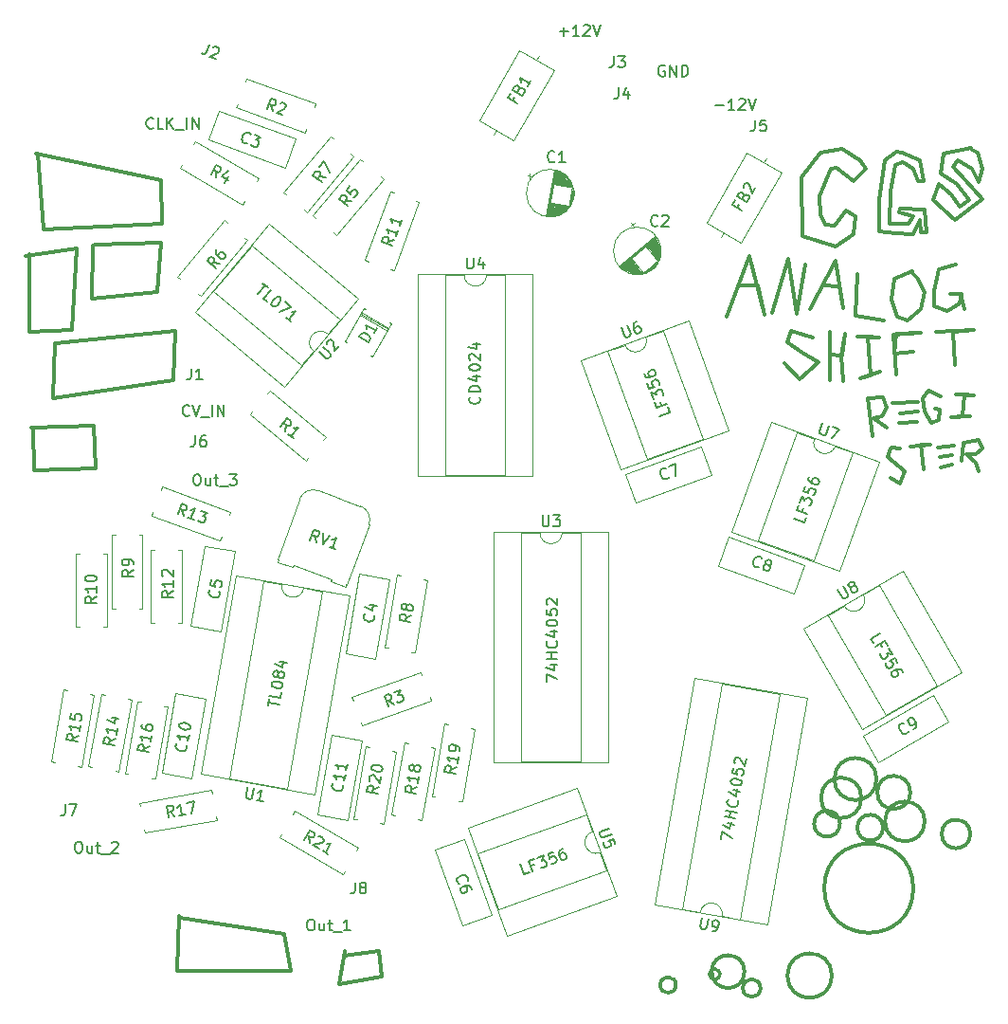
<source format=gbr>
G04 #@! TF.GenerationSoftware,KiCad,Pcbnew,(5.1.2-1)-1*
G04 #@! TF.CreationDate,2021-05-31T13:23:38-04:00*
G04 #@! TF.ProjectId,Analog Shift Register - CGS,416e616c-6f67-4205-9368-696674205265,rev?*
G04 #@! TF.SameCoordinates,Original*
G04 #@! TF.FileFunction,Legend,Top*
G04 #@! TF.FilePolarity,Positive*
%FSLAX46Y46*%
G04 Gerber Fmt 4.6, Leading zero omitted, Abs format (unit mm)*
G04 Created by KiCad (PCBNEW (5.1.2-1)-1) date 2021-05-31 13:23:38*
%MOMM*%
%LPD*%
G04 APERTURE LIST*
%ADD10C,0.320000*%
%ADD11C,0.150000*%
%ADD12C,0.120000*%
G04 APERTURE END LIST*
D10*
X71798964Y-98958400D02*
G75*
G03X71798964Y-98958400I-704364J0D01*
G01*
X75726482Y-97993200D02*
G75*
G03X75726482Y-97993200I-466282J0D01*
G01*
X77919516Y-97764600D02*
G75*
G03X77919516Y-97764600I-1465516J0D01*
G01*
X79357346Y-99237800D02*
G75*
G03X79357346Y-99237800I-795146J0D01*
G01*
X85730853Y-98120200D02*
G75*
G03X85730853Y-98120200I-1987053J0D01*
G01*
X90304034Y-84912200D02*
G75*
G03X90304034Y-84912200I-1150034J0D01*
G01*
X92740864Y-81762600D02*
G75*
G03X92740864Y-81762600I-1478664J0D01*
G01*
X94028076Y-84353400D02*
G75*
G03X94028076Y-84353400I-1775276J0D01*
G01*
X88369460Y-82245200D02*
G75*
G03X88369460Y-82245200I-1806260J0D01*
G01*
X86448551Y-84556600D02*
G75*
G03X86448551Y-84556600I-1155351J0D01*
G01*
X89714344Y-80568800D02*
G75*
G03X89714344Y-80568800I-1881144J0D01*
G01*
X98103155Y-85471000D02*
G75*
G03X98103155Y-85471000I-1278355J0D01*
G01*
X93001187Y-90322400D02*
G75*
G03X93001187Y-90322400I-3974187J0D01*
G01*
X45212000Y-95935800D02*
X42113200Y-96342200D01*
X45516800Y-98221800D02*
X45212000Y-95935800D01*
X41706800Y-98882200D02*
X45516800Y-98221800D01*
X42240200Y-95935800D02*
X41706800Y-98882200D01*
X36804600Y-94411800D02*
X27432000Y-92964000D01*
X37338000Y-97739200D02*
X36804600Y-94411800D01*
X27178000Y-97688400D02*
X37338000Y-97739200D01*
X27355800Y-92786200D02*
X27178000Y-97688400D01*
X19761200Y-49022000D02*
X14147800Y-49199800D01*
X19939000Y-52832000D02*
X19761200Y-49022000D01*
X14427200Y-53009800D02*
X19939000Y-52832000D01*
X14325600Y-49199800D02*
X14427200Y-53009800D01*
X27025600Y-40589200D02*
X16408400Y-41681400D01*
X26847800Y-44932600D02*
X27025600Y-40589200D01*
X16129000Y-46558200D02*
X26847800Y-44932600D01*
X16332200Y-41681400D02*
X16129000Y-46558200D01*
X25755600Y-32689800D02*
X19862800Y-32867600D01*
X25476200Y-37058600D02*
X25755600Y-32689800D01*
X19583400Y-37693600D02*
X25476200Y-37058600D01*
X19685000Y-32969200D02*
X19583400Y-37693600D01*
X18237200Y-33147000D02*
X13690600Y-33883600D01*
X17780000Y-40487600D02*
X18237200Y-33147000D01*
X13970000Y-40665400D02*
X17780000Y-40487600D01*
X13970000Y-33680400D02*
X13970000Y-40665400D01*
X25755600Y-27076400D02*
X14605000Y-24714200D01*
X25831800Y-30962600D02*
X25755600Y-27076400D01*
X15240000Y-31521400D02*
X25831800Y-30962600D01*
X14782800Y-24714200D02*
X15240000Y-31521400D01*
X98602800Y-52324000D02*
X98806000Y-53086000D01*
X97713800Y-51562000D02*
X98602800Y-52324000D01*
X98552000Y-51536600D02*
X97713800Y-51562000D01*
X99161600Y-51054000D02*
X98552000Y-51536600D01*
X98882200Y-50317400D02*
X99161600Y-51054000D01*
X97459800Y-50520600D02*
X98882200Y-50317400D01*
X97358200Y-52146200D02*
X97459800Y-50520600D01*
X95427800Y-52781200D02*
X96443800Y-52527200D01*
X95377000Y-51841400D02*
X96443800Y-51663600D01*
X95224600Y-50977800D02*
X96672400Y-50800000D01*
X93675200Y-50749200D02*
X93903800Y-52908200D01*
X94513400Y-50698400D02*
X93675200Y-50749200D01*
X92735400Y-50901600D02*
X94513400Y-50698400D01*
X91846400Y-54203600D02*
X90932000Y-53644800D01*
X92252800Y-53111400D02*
X91846400Y-54203600D01*
X90754200Y-51841400D02*
X92252800Y-53111400D01*
X91008200Y-51054000D02*
X90754200Y-51841400D01*
X91059000Y-50977800D02*
X91008200Y-51054000D01*
X91821000Y-51054000D02*
X91059000Y-50977800D01*
X96393000Y-48234600D02*
X98094800Y-48209200D01*
X97434400Y-48133000D02*
X96393000Y-48234600D01*
X97561400Y-46253400D02*
X97434400Y-48133000D01*
X98399600Y-46278800D02*
X97561400Y-46253400D01*
X96774000Y-46202600D02*
X98399600Y-46278800D01*
X95377000Y-47599600D02*
X94945200Y-47523400D01*
X95250000Y-48514000D02*
X95377000Y-47599600D01*
X94589600Y-48793400D02*
X95250000Y-48514000D01*
X94056200Y-47726600D02*
X94589600Y-48793400D01*
X93853000Y-46583600D02*
X94056200Y-47726600D01*
X94386400Y-45897800D02*
X93853000Y-46583600D01*
X95427800Y-46380400D02*
X94386400Y-45897800D01*
X91770200Y-48768000D02*
X93319600Y-48666400D01*
X91795600Y-47904400D02*
X93395800Y-47777400D01*
X91160600Y-47015400D02*
X93395800Y-46863000D01*
X89408000Y-48310800D02*
X90652600Y-49199800D01*
X90246200Y-48183800D02*
X89408000Y-48310800D01*
X90652600Y-47396400D02*
X90246200Y-48183800D01*
X90322400Y-46482000D02*
X90652600Y-47396400D01*
X88950800Y-46583600D02*
X90322400Y-46482000D01*
X89357200Y-49961800D02*
X88950800Y-46583600D01*
X96545400Y-40665400D02*
X96723200Y-43637200D01*
X98425000Y-40436800D02*
X96545400Y-40665400D01*
X95046800Y-40665400D02*
X98425000Y-40436800D01*
X91313000Y-42545000D02*
X92989400Y-42443400D01*
X91440000Y-40817800D02*
X91313000Y-42545000D01*
X93675200Y-40741600D02*
X91440000Y-40817800D01*
X91211400Y-40868600D02*
X93675200Y-40741600D01*
X91440000Y-44475400D02*
X91211400Y-40868600D01*
X88239600Y-44754800D02*
X90017600Y-44221400D01*
X89154000Y-44526200D02*
X88239600Y-44754800D01*
X88900000Y-41097200D02*
X89154000Y-44526200D01*
X89916000Y-41122600D02*
X88900000Y-41097200D01*
X87985600Y-41046400D02*
X89916000Y-41122600D01*
X86563200Y-42773600D02*
X86715600Y-45059600D01*
X86868000Y-40843200D02*
X86563200Y-42773600D01*
X86664800Y-42722800D02*
X86868000Y-40843200D01*
X85572600Y-42697400D02*
X86664800Y-42722800D01*
X85572600Y-44932600D02*
X85572600Y-42697400D01*
X85521800Y-40665400D02*
X85572600Y-44932600D01*
X82854800Y-44907200D02*
X81457800Y-43459400D01*
X84531200Y-43307000D02*
X82854800Y-44907200D01*
X83134200Y-42468800D02*
X84531200Y-43307000D01*
X81737200Y-41554400D02*
X83134200Y-42468800D01*
X82067400Y-40563800D02*
X81737200Y-41554400D01*
X83997800Y-41173400D02*
X82067400Y-40563800D01*
X97205800Y-37236400D02*
X97536000Y-38582600D01*
X96266000Y-37287200D02*
X97205800Y-37236400D01*
X97332800Y-37261800D02*
X96266000Y-37287200D01*
X97155000Y-38125400D02*
X97332800Y-37261800D01*
X96062800Y-38735000D02*
X97155000Y-38125400D01*
X94869000Y-38328600D02*
X96062800Y-38735000D01*
X94894400Y-36982400D02*
X94869000Y-38328600D01*
X95300800Y-35026600D02*
X94894400Y-36982400D01*
X96850200Y-34594800D02*
X95300800Y-35026600D01*
X93319600Y-35788600D02*
X92811600Y-35280600D01*
X93980000Y-37084000D02*
X93319600Y-35788600D01*
X93700600Y-38633400D02*
X93980000Y-37084000D01*
X92506800Y-39624000D02*
X93700600Y-38633400D01*
X91592400Y-39319200D02*
X92506800Y-39624000D01*
X91059000Y-37769800D02*
X91592400Y-39319200D01*
X91313000Y-35890200D02*
X91059000Y-37769800D01*
X92913200Y-35255200D02*
X91313000Y-35890200D01*
X87858600Y-39166800D02*
X90398600Y-39598600D01*
X88036400Y-35433000D02*
X87858600Y-39166800D01*
X86436200Y-36550600D02*
X84886800Y-36525200D01*
X86766400Y-38557200D02*
X86436200Y-36550600D01*
X86080600Y-34290000D02*
X86766400Y-38557200D01*
X83743800Y-38633400D02*
X86080600Y-34290000D01*
X82550000Y-39065200D02*
X83362800Y-34594800D01*
X81838800Y-34137600D02*
X82550000Y-39065200D01*
X80391000Y-38963600D02*
X81838800Y-34137600D01*
X79095600Y-36499800D02*
X77317600Y-36499800D01*
X79730600Y-39116000D02*
X79095600Y-36499800D01*
X78384400Y-33883600D02*
X79730600Y-39116000D01*
X76327000Y-39319200D02*
X78384400Y-33883600D01*
X98780600Y-24612600D02*
X98247200Y-24384000D01*
X99161600Y-26085800D02*
X98780600Y-24612600D01*
X98856800Y-27254200D02*
X99161600Y-26085800D01*
X98247200Y-26111200D02*
X98856800Y-27254200D01*
X96977200Y-25323800D02*
X98247200Y-26111200D01*
X96520000Y-25933400D02*
X96977200Y-25323800D01*
X97637600Y-27101800D02*
X96520000Y-25933400D01*
X99161600Y-28752800D02*
X97637600Y-27101800D01*
X96748600Y-30657800D02*
X99161600Y-28752800D01*
X94818200Y-28829000D02*
X96748600Y-30657800D01*
X95300800Y-27457400D02*
X94818200Y-28829000D01*
X96418400Y-28371800D02*
X95300800Y-27457400D01*
X97129600Y-29438600D02*
X96418400Y-28371800D01*
X98018600Y-28905200D02*
X97129600Y-29438600D01*
X96875600Y-27457400D02*
X98018600Y-28905200D01*
X95453200Y-26492200D02*
X96875600Y-27457400D01*
X95681800Y-24688800D02*
X95453200Y-26492200D01*
X98171000Y-24231600D02*
X95681800Y-24688800D01*
X91973400Y-24638000D02*
X91440000Y-24561800D01*
X93599000Y-25298400D02*
X91973400Y-24638000D01*
X93929200Y-27152600D02*
X93599000Y-25298400D01*
X93421200Y-27152600D02*
X93929200Y-27152600D01*
X92964000Y-26035000D02*
X93421200Y-27152600D01*
X92075000Y-25476200D02*
X92964000Y-26035000D01*
X91363800Y-25730200D02*
X92075000Y-25476200D01*
X90932000Y-28067000D02*
X91363800Y-25730200D01*
X90855800Y-30988000D02*
X90932000Y-28067000D01*
X92583000Y-30962600D02*
X90855800Y-30988000D01*
X92989400Y-30302200D02*
X92583000Y-30962600D01*
X91744800Y-29972000D02*
X92989400Y-30302200D01*
X91821000Y-29591000D02*
X91744800Y-29972000D01*
X94056200Y-29692600D02*
X91821000Y-29591000D01*
X94157800Y-31750000D02*
X94056200Y-29692600D01*
X93649800Y-31750000D02*
X94157800Y-31750000D01*
X93599000Y-30683200D02*
X93649800Y-31750000D01*
X92964000Y-31877000D02*
X93599000Y-30683200D01*
X91363800Y-31826200D02*
X92964000Y-31877000D01*
X89992200Y-31648400D02*
X91363800Y-31826200D01*
X89941400Y-28905200D02*
X89992200Y-31648400D01*
X90449400Y-25298400D02*
X89941400Y-28905200D01*
X91389200Y-24638000D02*
X90449400Y-25298400D01*
X88773000Y-26085800D02*
X88188800Y-25222200D01*
X87630000Y-27152600D02*
X88773000Y-26085800D01*
X86106000Y-25958800D02*
X87630000Y-27152600D01*
X85623400Y-26111200D02*
X86106000Y-25958800D01*
X84582000Y-28549600D02*
X85623400Y-26111200D01*
X84734400Y-30124400D02*
X84582000Y-28549600D01*
X85166200Y-31038800D02*
X84734400Y-30124400D01*
X85953600Y-31191200D02*
X85166200Y-31038800D01*
X87020400Y-29819600D02*
X85953600Y-31191200D01*
X87655400Y-30226000D02*
X87020400Y-29819600D01*
X87706200Y-31877000D02*
X87807800Y-30276800D01*
X86029800Y-32994600D02*
X87706200Y-31877000D01*
X83058000Y-32105600D02*
X86029800Y-32994600D01*
X82981800Y-26873200D02*
X83058000Y-32105600D01*
X84709000Y-24638000D02*
X82981800Y-26873200D01*
X86639400Y-24307800D02*
X84709000Y-24638000D01*
X88341200Y-25400000D02*
X86639400Y-24307800D01*
D11*
X54205142Y-46443638D02*
X54252761Y-46491257D01*
X54300380Y-46634114D01*
X54300380Y-46729352D01*
X54252761Y-46872209D01*
X54157523Y-46967447D01*
X54062285Y-47015066D01*
X53871809Y-47062685D01*
X53728952Y-47062685D01*
X53538476Y-47015066D01*
X53443238Y-46967447D01*
X53348000Y-46872209D01*
X53300380Y-46729352D01*
X53300380Y-46634114D01*
X53348000Y-46491257D01*
X53395619Y-46443638D01*
X54300380Y-46015066D02*
X53300380Y-46015066D01*
X53300380Y-45776971D01*
X53348000Y-45634114D01*
X53443238Y-45538876D01*
X53538476Y-45491257D01*
X53728952Y-45443638D01*
X53871809Y-45443638D01*
X54062285Y-45491257D01*
X54157523Y-45538876D01*
X54252761Y-45634114D01*
X54300380Y-45776971D01*
X54300380Y-46015066D01*
X53633714Y-44586495D02*
X54300380Y-44586495D01*
X53252761Y-44824590D02*
X53967047Y-45062685D01*
X53967047Y-44443638D01*
X53300380Y-43872209D02*
X53300380Y-43776971D01*
X53348000Y-43681733D01*
X53395619Y-43634114D01*
X53490857Y-43586495D01*
X53681333Y-43538876D01*
X53919428Y-43538876D01*
X54109904Y-43586495D01*
X54205142Y-43634114D01*
X54252761Y-43681733D01*
X54300380Y-43776971D01*
X54300380Y-43872209D01*
X54252761Y-43967447D01*
X54205142Y-44015066D01*
X54109904Y-44062685D01*
X53919428Y-44110304D01*
X53681333Y-44110304D01*
X53490857Y-44062685D01*
X53395619Y-44015066D01*
X53348000Y-43967447D01*
X53300380Y-43872209D01*
X53395619Y-43157923D02*
X53348000Y-43110304D01*
X53300380Y-43015066D01*
X53300380Y-42776971D01*
X53348000Y-42681733D01*
X53395619Y-42634114D01*
X53490857Y-42586495D01*
X53586095Y-42586495D01*
X53728952Y-42634114D01*
X54300380Y-43205542D01*
X54300380Y-42586495D01*
X53633714Y-41729352D02*
X54300380Y-41729352D01*
X53252761Y-41967447D02*
X53967047Y-42205542D01*
X53967047Y-41586495D01*
X39076523Y-93102180D02*
X39267000Y-93102180D01*
X39362238Y-93149800D01*
X39457476Y-93245038D01*
X39505095Y-93435514D01*
X39505095Y-93768847D01*
X39457476Y-93959323D01*
X39362238Y-94054561D01*
X39267000Y-94102180D01*
X39076523Y-94102180D01*
X38981285Y-94054561D01*
X38886047Y-93959323D01*
X38838428Y-93768847D01*
X38838428Y-93435514D01*
X38886047Y-93245038D01*
X38981285Y-93149800D01*
X39076523Y-93102180D01*
X40362238Y-93435514D02*
X40362238Y-94102180D01*
X39933666Y-93435514D02*
X39933666Y-93959323D01*
X39981285Y-94054561D01*
X40076523Y-94102180D01*
X40219380Y-94102180D01*
X40314619Y-94054561D01*
X40362238Y-94006942D01*
X40695571Y-93435514D02*
X41076523Y-93435514D01*
X40838428Y-93102180D02*
X40838428Y-93959323D01*
X40886047Y-94054561D01*
X40981285Y-94102180D01*
X41076523Y-94102180D01*
X41171761Y-94197419D02*
X41933666Y-94197419D01*
X42695571Y-94102180D02*
X42124142Y-94102180D01*
X42409857Y-94102180D02*
X42409857Y-93102180D01*
X42314619Y-93245038D01*
X42219380Y-93340276D01*
X42124142Y-93387895D01*
X18324723Y-86167980D02*
X18515200Y-86167980D01*
X18610438Y-86215600D01*
X18705676Y-86310838D01*
X18753295Y-86501314D01*
X18753295Y-86834647D01*
X18705676Y-87025123D01*
X18610438Y-87120361D01*
X18515200Y-87167980D01*
X18324723Y-87167980D01*
X18229485Y-87120361D01*
X18134247Y-87025123D01*
X18086628Y-86834647D01*
X18086628Y-86501314D01*
X18134247Y-86310838D01*
X18229485Y-86215600D01*
X18324723Y-86167980D01*
X19610438Y-86501314D02*
X19610438Y-87167980D01*
X19181866Y-86501314D02*
X19181866Y-87025123D01*
X19229485Y-87120361D01*
X19324723Y-87167980D01*
X19467580Y-87167980D01*
X19562819Y-87120361D01*
X19610438Y-87072742D01*
X19943771Y-86501314D02*
X20324723Y-86501314D01*
X20086628Y-86167980D02*
X20086628Y-87025123D01*
X20134247Y-87120361D01*
X20229485Y-87167980D01*
X20324723Y-87167980D01*
X20419961Y-87263219D02*
X21181866Y-87263219D01*
X21372342Y-86263219D02*
X21419961Y-86215600D01*
X21515200Y-86167980D01*
X21753295Y-86167980D01*
X21848533Y-86215600D01*
X21896152Y-86263219D01*
X21943771Y-86358457D01*
X21943771Y-86453695D01*
X21896152Y-86596552D01*
X21324723Y-87167980D01*
X21943771Y-87167980D01*
X28891123Y-53351180D02*
X29081600Y-53351180D01*
X29176838Y-53398800D01*
X29272076Y-53494038D01*
X29319695Y-53684514D01*
X29319695Y-54017847D01*
X29272076Y-54208323D01*
X29176838Y-54303561D01*
X29081600Y-54351180D01*
X28891123Y-54351180D01*
X28795885Y-54303561D01*
X28700647Y-54208323D01*
X28653028Y-54017847D01*
X28653028Y-53684514D01*
X28700647Y-53494038D01*
X28795885Y-53398800D01*
X28891123Y-53351180D01*
X30176838Y-53684514D02*
X30176838Y-54351180D01*
X29748266Y-53684514D02*
X29748266Y-54208323D01*
X29795885Y-54303561D01*
X29891123Y-54351180D01*
X30033980Y-54351180D01*
X30129219Y-54303561D01*
X30176838Y-54255942D01*
X30510171Y-53684514D02*
X30891123Y-53684514D01*
X30653028Y-53351180D02*
X30653028Y-54208323D01*
X30700647Y-54303561D01*
X30795885Y-54351180D01*
X30891123Y-54351180D01*
X30986361Y-54446419D02*
X31748266Y-54446419D01*
X31891123Y-53351180D02*
X32510171Y-53351180D01*
X32176838Y-53732133D01*
X32319695Y-53732133D01*
X32414933Y-53779752D01*
X32462552Y-53827371D01*
X32510171Y-53922609D01*
X32510171Y-54160704D01*
X32462552Y-54255942D01*
X32414933Y-54303561D01*
X32319695Y-54351180D01*
X32033980Y-54351180D01*
X31938742Y-54303561D01*
X31891123Y-54255942D01*
X25084304Y-22404342D02*
X25036685Y-22451961D01*
X24893828Y-22499580D01*
X24798590Y-22499580D01*
X24655733Y-22451961D01*
X24560495Y-22356723D01*
X24512876Y-22261485D01*
X24465257Y-22071009D01*
X24465257Y-21928152D01*
X24512876Y-21737676D01*
X24560495Y-21642438D01*
X24655733Y-21547200D01*
X24798590Y-21499580D01*
X24893828Y-21499580D01*
X25036685Y-21547200D01*
X25084304Y-21594819D01*
X25989066Y-22499580D02*
X25512876Y-22499580D01*
X25512876Y-21499580D01*
X26322400Y-22499580D02*
X26322400Y-21499580D01*
X26893828Y-22499580D02*
X26465257Y-21928152D01*
X26893828Y-21499580D02*
X26322400Y-22071009D01*
X27084304Y-22594819D02*
X27846209Y-22594819D01*
X28084304Y-22499580D02*
X28084304Y-21499580D01*
X28560495Y-22499580D02*
X28560495Y-21499580D01*
X29131923Y-22499580D01*
X29131923Y-21499580D01*
X28303695Y-48083742D02*
X28256076Y-48131361D01*
X28113219Y-48178980D01*
X28017980Y-48178980D01*
X27875123Y-48131361D01*
X27779885Y-48036123D01*
X27732266Y-47940885D01*
X27684647Y-47750409D01*
X27684647Y-47607552D01*
X27732266Y-47417076D01*
X27779885Y-47321838D01*
X27875123Y-47226600D01*
X28017980Y-47178980D01*
X28113219Y-47178980D01*
X28256076Y-47226600D01*
X28303695Y-47274219D01*
X28589409Y-47178980D02*
X28922742Y-48178980D01*
X29256076Y-47178980D01*
X29351314Y-48274219D02*
X30113219Y-48274219D01*
X30351314Y-48178980D02*
X30351314Y-47178980D01*
X30827504Y-48178980D02*
X30827504Y-47178980D01*
X31398933Y-48178980D01*
X31398933Y-47178980D01*
X75276295Y-20442228D02*
X76038200Y-20442228D01*
X77038200Y-20823180D02*
X76466771Y-20823180D01*
X76752485Y-20823180D02*
X76752485Y-19823180D01*
X76657247Y-19966038D01*
X76562009Y-20061276D01*
X76466771Y-20108895D01*
X77419152Y-19918419D02*
X77466771Y-19870800D01*
X77562009Y-19823180D01*
X77800104Y-19823180D01*
X77895342Y-19870800D01*
X77942961Y-19918419D01*
X77990580Y-20013657D01*
X77990580Y-20108895D01*
X77942961Y-20251752D01*
X77371533Y-20823180D01*
X77990580Y-20823180D01*
X78276295Y-19823180D02*
X78609628Y-20823180D01*
X78942961Y-19823180D01*
X70789895Y-16873600D02*
X70694657Y-16825980D01*
X70551800Y-16825980D01*
X70408942Y-16873600D01*
X70313704Y-16968838D01*
X70266085Y-17064076D01*
X70218466Y-17254552D01*
X70218466Y-17397409D01*
X70266085Y-17587885D01*
X70313704Y-17683123D01*
X70408942Y-17778361D01*
X70551800Y-17825980D01*
X70647038Y-17825980D01*
X70789895Y-17778361D01*
X70837514Y-17730742D01*
X70837514Y-17397409D01*
X70647038Y-17397409D01*
X71266085Y-17825980D02*
X71266085Y-16825980D01*
X71837514Y-17825980D01*
X71837514Y-16825980D01*
X72313704Y-17825980D02*
X72313704Y-16825980D01*
X72551800Y-16825980D01*
X72694657Y-16873600D01*
X72789895Y-16968838D01*
X72837514Y-17064076D01*
X72885133Y-17254552D01*
X72885133Y-17397409D01*
X72837514Y-17587885D01*
X72789895Y-17683123D01*
X72694657Y-17778361D01*
X72551800Y-17825980D01*
X72313704Y-17825980D01*
X61382495Y-13838228D02*
X62144400Y-13838228D01*
X61763447Y-14219180D02*
X61763447Y-13457276D01*
X63144400Y-14219180D02*
X62572971Y-14219180D01*
X62858685Y-14219180D02*
X62858685Y-13219180D01*
X62763447Y-13362038D01*
X62668209Y-13457276D01*
X62572971Y-13504895D01*
X63525352Y-13314419D02*
X63572971Y-13266800D01*
X63668209Y-13219180D01*
X63906304Y-13219180D01*
X64001542Y-13266800D01*
X64049161Y-13314419D01*
X64096780Y-13409657D01*
X64096780Y-13504895D01*
X64049161Y-13647752D01*
X63477733Y-14219180D01*
X64096780Y-14219180D01*
X64382495Y-13219180D02*
X64715828Y-14219180D01*
X65049161Y-13219180D01*
X34872918Y-36318401D02*
X35310657Y-36685709D01*
X34449000Y-37268099D02*
X35091787Y-36502055D01*
X35288001Y-37972105D02*
X34923218Y-37666016D01*
X35566005Y-36899971D01*
X36332050Y-37542759D02*
X36405006Y-37603977D01*
X36447354Y-37701673D01*
X36453224Y-37768760D01*
X36428484Y-37872326D01*
X36342527Y-38048848D01*
X36189482Y-38231239D01*
X36030568Y-38346544D01*
X35932872Y-38388891D01*
X35865784Y-38394761D01*
X35762219Y-38370021D01*
X35689262Y-38308803D01*
X35646915Y-38211107D01*
X35641045Y-38144020D01*
X35665785Y-38040454D01*
X35751742Y-37863932D01*
X35904787Y-37681541D01*
X36063701Y-37566236D01*
X36161397Y-37523889D01*
X36228484Y-37518019D01*
X36332050Y-37542759D01*
X36842746Y-37971284D02*
X37353442Y-38399809D01*
X36382350Y-38890373D01*
X37403743Y-39747423D02*
X36966003Y-39380116D01*
X37184873Y-39563769D02*
X37827660Y-38797725D01*
X37662877Y-38845942D01*
X37528703Y-38857681D01*
X37425137Y-38832941D01*
X71083815Y-47349761D02*
X71246682Y-47797234D01*
X70306990Y-48139254D01*
X70363582Y-46902453D02*
X70477589Y-47215684D01*
X70969809Y-47036530D02*
X70030116Y-47378551D01*
X69867249Y-46931078D01*
X69769529Y-46662594D02*
X69557803Y-46080880D01*
X70029787Y-46263817D01*
X69980927Y-46129575D01*
X69993101Y-46023794D01*
X70021562Y-45962760D01*
X70094770Y-45885440D01*
X70318506Y-45804006D01*
X70424287Y-45816180D01*
X70485321Y-45844641D01*
X70562642Y-45917849D01*
X70660362Y-46186332D01*
X70648188Y-46292114D01*
X70619727Y-46353147D01*
X69248356Y-45230682D02*
X69411223Y-45678154D01*
X69874982Y-45560035D01*
X69813948Y-45531574D01*
X69736627Y-45458366D01*
X69655194Y-45234630D01*
X69667368Y-45128849D01*
X69695828Y-45067815D01*
X69769036Y-44990494D01*
X69992773Y-44909061D01*
X70098554Y-44921235D01*
X70159588Y-44949696D01*
X70236908Y-45022903D01*
X70318342Y-45246640D01*
X70306168Y-45352421D01*
X70277707Y-45413455D01*
X68938909Y-44380484D02*
X69004056Y-44559473D01*
X69081376Y-44632681D01*
X69142410Y-44661141D01*
X69309225Y-44701776D01*
X69504501Y-44681376D01*
X69862479Y-44551083D01*
X69935687Y-44473762D01*
X69964148Y-44412728D01*
X69976322Y-44306947D01*
X69911175Y-44127958D01*
X69833854Y-44054750D01*
X69772820Y-44026290D01*
X69667039Y-44014116D01*
X69443303Y-44095549D01*
X69370095Y-44172870D01*
X69341634Y-44233904D01*
X69329460Y-44339685D01*
X69394607Y-44518674D01*
X69471928Y-44591882D01*
X69532962Y-44620342D01*
X69638743Y-44632516D01*
X83412702Y-57222843D02*
X83249835Y-57670316D01*
X82310142Y-57328296D01*
X83148495Y-56417228D02*
X83034488Y-56730459D01*
X83526708Y-56909612D02*
X82587016Y-56567592D01*
X82749882Y-56120119D01*
X82847603Y-55851636D02*
X83059329Y-55269921D01*
X83303301Y-55713446D01*
X83352161Y-55579204D01*
X83429481Y-55505996D01*
X83490515Y-55477535D01*
X83596296Y-55465361D01*
X83820033Y-55546795D01*
X83893241Y-55624115D01*
X83921701Y-55685149D01*
X83933875Y-55790931D01*
X83836155Y-56059414D01*
X83758835Y-56132622D01*
X83697801Y-56161083D01*
X83368776Y-54419723D02*
X83205909Y-54867196D01*
X83637095Y-55074810D01*
X83608635Y-55013776D01*
X83596461Y-54907995D01*
X83677894Y-54684258D01*
X83755215Y-54611051D01*
X83816249Y-54582590D01*
X83922030Y-54570416D01*
X84145766Y-54651849D01*
X84218974Y-54729170D01*
X84247435Y-54790204D01*
X84259609Y-54895985D01*
X84178175Y-55119722D01*
X84100855Y-55192929D01*
X84039821Y-55221390D01*
X83678223Y-53569525D02*
X83613076Y-53748514D01*
X83625250Y-53854295D01*
X83653711Y-53915329D01*
X83755379Y-54053684D01*
X83918082Y-54163578D01*
X84276060Y-54293871D01*
X84381841Y-54281697D01*
X84442875Y-54253237D01*
X84520195Y-54180029D01*
X84585342Y-54001040D01*
X84573168Y-53895259D01*
X84544708Y-53834225D01*
X84471500Y-53756904D01*
X84247763Y-53675471D01*
X84141982Y-53687645D01*
X84080948Y-53716105D01*
X84003628Y-53789313D01*
X83938481Y-53968302D01*
X83950655Y-54074083D01*
X83979115Y-54135117D01*
X84052323Y-54212438D01*
X89419201Y-68443113D02*
X89181105Y-68030720D01*
X90047131Y-67530720D01*
X90206166Y-68758558D02*
X90039500Y-68469883D01*
X89585867Y-68731788D02*
X90451893Y-68231788D01*
X90689988Y-68644181D01*
X90832845Y-68891617D02*
X91142369Y-69427728D01*
X90645788Y-69329529D01*
X90717216Y-69453247D01*
X90723596Y-69559535D01*
X90706166Y-69624583D01*
X90647497Y-69713442D01*
X90441301Y-69832489D01*
X90335013Y-69838869D01*
X90269964Y-69821439D01*
X90181105Y-69762770D01*
X90038248Y-69515334D01*
X90031868Y-69409046D01*
X90049298Y-69343998D01*
X91594750Y-70211274D02*
X91356655Y-69798881D01*
X90920452Y-69995737D01*
X90985501Y-70013167D01*
X91074359Y-70071836D01*
X91193407Y-70278033D01*
X91199787Y-70384321D01*
X91182357Y-70449370D01*
X91123688Y-70538228D01*
X90917491Y-70657276D01*
X90811203Y-70663655D01*
X90746154Y-70646226D01*
X90657296Y-70587556D01*
X90538248Y-70381360D01*
X90531868Y-70275072D01*
X90549298Y-70210023D01*
X92047131Y-70994821D02*
X91951893Y-70829864D01*
X91863034Y-70771195D01*
X91797985Y-70753765D01*
X91626649Y-70742715D01*
X91437882Y-70796714D01*
X91107967Y-70987190D01*
X91049298Y-71076048D01*
X91031868Y-71141097D01*
X91038248Y-71247385D01*
X91133486Y-71412343D01*
X91222345Y-71471012D01*
X91287393Y-71488441D01*
X91393682Y-71482062D01*
X91599878Y-71363014D01*
X91658547Y-71274156D01*
X91675977Y-71209107D01*
X91669597Y-71102819D01*
X91574359Y-70937861D01*
X91485501Y-70879192D01*
X91420452Y-70861763D01*
X91314164Y-70868142D01*
X58695237Y-88914615D02*
X58247764Y-89077482D01*
X57905744Y-88137790D01*
X59142545Y-88194382D02*
X58829314Y-88308389D01*
X59008468Y-88800609D02*
X58666447Y-87860916D01*
X59113920Y-87698049D01*
X59382404Y-87600329D02*
X59964118Y-87388603D01*
X59781181Y-87860587D01*
X59915423Y-87811727D01*
X60021204Y-87823901D01*
X60082238Y-87852362D01*
X60159558Y-87925570D01*
X60240992Y-88149306D01*
X60228818Y-88255087D01*
X60200357Y-88316121D01*
X60127149Y-88393442D01*
X59858666Y-88491162D01*
X59752884Y-88478988D01*
X59691851Y-88450527D01*
X60814316Y-87079156D02*
X60366844Y-87242023D01*
X60484963Y-87705782D01*
X60513424Y-87644748D01*
X60586632Y-87567427D01*
X60810368Y-87485994D01*
X60916149Y-87498168D01*
X60977183Y-87526628D01*
X61054504Y-87599836D01*
X61135937Y-87823573D01*
X61123763Y-87929354D01*
X61095302Y-87990388D01*
X61022095Y-88067708D01*
X60798358Y-88149142D01*
X60692577Y-88136968D01*
X60631543Y-88108507D01*
X61664514Y-86769709D02*
X61485525Y-86834856D01*
X61412317Y-86912176D01*
X61383857Y-86973210D01*
X61343222Y-87140025D01*
X61363622Y-87335301D01*
X61493915Y-87693279D01*
X61571236Y-87766487D01*
X61632270Y-87794948D01*
X61738051Y-87807122D01*
X61917040Y-87741975D01*
X61990248Y-87664654D01*
X62018708Y-87603620D01*
X62030882Y-87497839D01*
X61949449Y-87274103D01*
X61872128Y-87200895D01*
X61811094Y-87172434D01*
X61705313Y-87160260D01*
X61526324Y-87225407D01*
X61453116Y-87302728D01*
X61424656Y-87363762D01*
X61412482Y-87469543D01*
X35313131Y-74000761D02*
X35412359Y-73438014D01*
X36347553Y-73893036D02*
X35362745Y-73719387D01*
X36537739Y-72814437D02*
X36455049Y-73283393D01*
X35470242Y-73109744D01*
X35643890Y-72124937D02*
X35660428Y-72031145D01*
X35723861Y-71945623D01*
X35779026Y-71906997D01*
X35881086Y-71876639D01*
X36076937Y-71862819D01*
X36311415Y-71904164D01*
X36490729Y-71984135D01*
X36576251Y-72047569D01*
X36614878Y-72102733D01*
X36645235Y-72204794D01*
X36628697Y-72298585D01*
X36565264Y-72384107D01*
X36510099Y-72422734D01*
X36408039Y-72453091D01*
X36212188Y-72466911D01*
X35977710Y-72425566D01*
X35798396Y-72345595D01*
X35712874Y-72282161D01*
X35674247Y-72226997D01*
X35643890Y-72124937D01*
X36223060Y-71308341D02*
X36159627Y-71393863D01*
X36104462Y-71432490D01*
X36002402Y-71462847D01*
X35955507Y-71454578D01*
X35869984Y-71391145D01*
X35831358Y-71335980D01*
X35801000Y-71233920D01*
X35834076Y-71046338D01*
X35897509Y-70960815D01*
X35952674Y-70922189D01*
X36054734Y-70891831D01*
X36101630Y-70900100D01*
X36187152Y-70963534D01*
X36225779Y-71018698D01*
X36256136Y-71120758D01*
X36223060Y-71308341D01*
X36253418Y-71410401D01*
X36292045Y-71465566D01*
X36377567Y-71528999D01*
X36565149Y-71562075D01*
X36667210Y-71531717D01*
X36722374Y-71493091D01*
X36785808Y-71407568D01*
X36818884Y-71219986D01*
X36788526Y-71117926D01*
X36749899Y-71062761D01*
X36664377Y-70999328D01*
X36476795Y-70966252D01*
X36374734Y-70996609D01*
X36319570Y-71035236D01*
X36256136Y-71120758D01*
X36344262Y-70072517D02*
X37000801Y-70188283D01*
X35927753Y-70240843D02*
X36589842Y-70599356D01*
X36697338Y-69989713D01*
X75787788Y-85908877D02*
X75903553Y-85252338D01*
X76813940Y-85848047D01*
X76372395Y-84512996D02*
X77028933Y-84628761D01*
X75955885Y-84681322D02*
X76617974Y-85039834D01*
X76725471Y-84430191D01*
X77119892Y-84112909D02*
X76135084Y-83939261D01*
X76604040Y-84021951D02*
X76703268Y-83459203D01*
X77219119Y-83550162D02*
X76234311Y-83376514D01*
X77307245Y-82501921D02*
X77345872Y-82557085D01*
X77367961Y-82706041D01*
X77351423Y-82799832D01*
X77279720Y-82932250D01*
X77169391Y-83009503D01*
X77067331Y-83039861D01*
X76871479Y-83053681D01*
X76730793Y-83028874D01*
X76551479Y-82948903D01*
X76465957Y-82885469D01*
X76388704Y-82775140D01*
X76366615Y-82626184D01*
X76383153Y-82532393D01*
X76454855Y-82399975D01*
X76510020Y-82361348D01*
X76893339Y-81558572D02*
X77549878Y-81674338D01*
X76476829Y-81726899D02*
X77138919Y-82085411D01*
X77246415Y-81475768D01*
X76689104Y-80797255D02*
X76705642Y-80703464D01*
X76769076Y-80617942D01*
X76824240Y-80579315D01*
X76926301Y-80548958D01*
X77122152Y-80535138D01*
X77356630Y-80576483D01*
X77535943Y-80656454D01*
X77621466Y-80719888D01*
X77660092Y-80775052D01*
X77690450Y-80877112D01*
X77673912Y-80970904D01*
X77610479Y-81056426D01*
X77555314Y-81095053D01*
X77453254Y-81125410D01*
X77257402Y-81139230D01*
X77022924Y-81097885D01*
X76843611Y-81017914D01*
X76758089Y-80954480D01*
X76719462Y-80899316D01*
X76689104Y-80797255D01*
X76904097Y-79577970D02*
X76821408Y-80046926D01*
X77282095Y-80176511D01*
X77243468Y-80121346D01*
X77213110Y-80019286D01*
X77254455Y-79784808D01*
X77317889Y-79699286D01*
X77373053Y-79660659D01*
X77475114Y-79630302D01*
X77709592Y-79671646D01*
X77795114Y-79735080D01*
X77833740Y-79790244D01*
X77864098Y-79892305D01*
X77822753Y-80126783D01*
X77759320Y-80212305D01*
X77704155Y-80250932D01*
X77072309Y-79172447D02*
X77033683Y-79117283D01*
X77003325Y-79015222D01*
X77044670Y-78780744D01*
X77108103Y-78695222D01*
X77163268Y-78656595D01*
X77265328Y-78626238D01*
X77359119Y-78642776D01*
X77491537Y-78714478D01*
X77955057Y-79376453D01*
X78062553Y-78766810D01*
X60209180Y-71860895D02*
X60209180Y-71194228D01*
X61209180Y-71622800D01*
X60542514Y-70384704D02*
X61209180Y-70384704D01*
X60161561Y-70622800D02*
X60875847Y-70860895D01*
X60875847Y-70241847D01*
X61209180Y-69860895D02*
X60209180Y-69860895D01*
X60685371Y-69860895D02*
X60685371Y-69289466D01*
X61209180Y-69289466D02*
X60209180Y-69289466D01*
X61113942Y-68241847D02*
X61161561Y-68289466D01*
X61209180Y-68432323D01*
X61209180Y-68527561D01*
X61161561Y-68670419D01*
X61066323Y-68765657D01*
X60971085Y-68813276D01*
X60780609Y-68860895D01*
X60637752Y-68860895D01*
X60447276Y-68813276D01*
X60352038Y-68765657D01*
X60256800Y-68670419D01*
X60209180Y-68527561D01*
X60209180Y-68432323D01*
X60256800Y-68289466D01*
X60304419Y-68241847D01*
X60542514Y-67384704D02*
X61209180Y-67384704D01*
X60161561Y-67622800D02*
X60875847Y-67860895D01*
X60875847Y-67241847D01*
X60209180Y-66670419D02*
X60209180Y-66575180D01*
X60256800Y-66479942D01*
X60304419Y-66432323D01*
X60399657Y-66384704D01*
X60590133Y-66337085D01*
X60828228Y-66337085D01*
X61018704Y-66384704D01*
X61113942Y-66432323D01*
X61161561Y-66479942D01*
X61209180Y-66575180D01*
X61209180Y-66670419D01*
X61161561Y-66765657D01*
X61113942Y-66813276D01*
X61018704Y-66860895D01*
X60828228Y-66908514D01*
X60590133Y-66908514D01*
X60399657Y-66860895D01*
X60304419Y-66813276D01*
X60256800Y-66765657D01*
X60209180Y-66670419D01*
X60209180Y-65432323D02*
X60209180Y-65908514D01*
X60685371Y-65956133D01*
X60637752Y-65908514D01*
X60590133Y-65813276D01*
X60590133Y-65575180D01*
X60637752Y-65479942D01*
X60685371Y-65432323D01*
X60780609Y-65384704D01*
X61018704Y-65384704D01*
X61113942Y-65432323D01*
X61161561Y-65479942D01*
X61209180Y-65575180D01*
X61209180Y-65813276D01*
X61161561Y-65908514D01*
X61113942Y-65956133D01*
X60304419Y-65003752D02*
X60256800Y-64956133D01*
X60209180Y-64860895D01*
X60209180Y-64622800D01*
X60256800Y-64527561D01*
X60304419Y-64479942D01*
X60399657Y-64432323D01*
X60494895Y-64432323D01*
X60637752Y-64479942D01*
X61209180Y-65051371D01*
X61209180Y-64432323D01*
D12*
X62667808Y-28240648D02*
G75*
G03X62667808Y-28240648I-2120000J0D01*
G01*
X60908996Y-26192248D02*
X60186620Y-30289048D01*
X60948388Y-26199194D02*
X60226012Y-30295994D01*
X60987607Y-26207125D02*
X60265578Y-30301955D01*
X61026652Y-26216040D02*
X60305317Y-30306932D01*
X61065523Y-26225941D02*
X60345231Y-30310923D01*
X61104395Y-26235841D02*
X60890634Y-27448139D01*
X60598905Y-29102616D02*
X60385144Y-30314915D01*
X61143092Y-26246726D02*
X60930026Y-27455085D01*
X60638297Y-29109562D02*
X60425231Y-30317921D01*
X61181616Y-26258596D02*
X60969418Y-27462031D01*
X60677689Y-29116508D02*
X60465491Y-30319943D01*
X61219967Y-26271451D02*
X61008811Y-27468977D01*
X60717082Y-29123454D02*
X60505926Y-30320980D01*
X61258317Y-26284306D02*
X61048203Y-27475923D01*
X60756474Y-29130400D02*
X60546360Y-30322017D01*
X61296320Y-26299130D02*
X61087595Y-27482869D01*
X60795866Y-29137346D02*
X60587141Y-30321085D01*
X61334324Y-26313954D02*
X61126988Y-27489815D01*
X60835259Y-29144292D02*
X60627923Y-30320152D01*
X61372153Y-26329764D02*
X61166380Y-27496761D01*
X60874651Y-29151238D02*
X60668878Y-30318235D01*
X61409983Y-26345573D02*
X61205772Y-27503707D01*
X60914043Y-29158184D02*
X60709833Y-30316318D01*
X61447465Y-26363352D02*
X61245165Y-27510653D01*
X60953436Y-29165130D02*
X60751135Y-30312431D01*
X61484947Y-26381130D02*
X61284557Y-27517599D01*
X60992828Y-29172076D02*
X60792438Y-30308544D01*
X61522255Y-26399894D02*
X61323949Y-27524544D01*
X61032220Y-29179022D02*
X60833914Y-30303672D01*
X61559217Y-26420627D02*
X61363341Y-27531490D01*
X61071613Y-29185967D02*
X60875737Y-30296831D01*
X61597163Y-26441534D02*
X61403719Y-27538610D01*
X61111990Y-29193087D02*
X60918546Y-30290163D01*
X61634124Y-26462267D02*
X61443111Y-27545556D01*
X61151382Y-29200033D02*
X60960369Y-30283321D01*
X61670738Y-26484970D02*
X61482503Y-27552502D01*
X61190774Y-29206979D02*
X61002540Y-30274510D01*
X61707178Y-26508658D02*
X61521896Y-27559448D01*
X61230167Y-29213925D02*
X61044884Y-30264715D01*
X61743445Y-26533330D02*
X61561288Y-27566394D01*
X61269559Y-29220871D02*
X61087402Y-30253934D01*
X61779538Y-26558988D02*
X61600680Y-27573340D01*
X61308951Y-29227817D02*
X61130094Y-30242169D01*
X61815631Y-26584645D02*
X61640072Y-27580286D01*
X61348344Y-29234763D02*
X61172785Y-30230403D01*
X61851376Y-26612272D02*
X61679465Y-27587231D01*
X61387736Y-29241709D02*
X61215824Y-30216668D01*
X61886949Y-26640884D02*
X61718857Y-27594177D01*
X61427128Y-29248654D02*
X61259037Y-30201948D01*
X61922347Y-26670480D02*
X61758249Y-27601123D01*
X61466520Y-29255600D02*
X61302423Y-30186244D01*
X61957398Y-26702046D02*
X61797642Y-27608069D01*
X61505913Y-29262546D02*
X61346156Y-30168569D01*
X61992449Y-26733612D02*
X61837034Y-27615015D01*
X61545305Y-29269492D02*
X61389890Y-30150895D01*
X62027153Y-26767148D02*
X61876426Y-27621961D01*
X61584697Y-29276438D02*
X61433971Y-30131251D01*
X62061683Y-26801669D02*
X61915819Y-27628907D01*
X61624090Y-29283384D02*
X61478225Y-30110623D01*
X62095866Y-26838159D02*
X61955211Y-27635853D01*
X61663482Y-29290330D02*
X61522827Y-30088024D01*
X62129875Y-26875634D02*
X61994603Y-27642799D01*
X61702874Y-29297276D02*
X61567602Y-30064441D01*
X62163711Y-26914093D02*
X62033996Y-27649745D01*
X61742267Y-29304222D02*
X61612551Y-30039873D01*
X62197025Y-26955508D02*
X62073388Y-27656691D01*
X61781659Y-29311168D02*
X61658021Y-30012351D01*
X62230166Y-26997907D02*
X62112780Y-27663637D01*
X61821051Y-29318114D02*
X61703665Y-29983844D01*
X62262960Y-27042275D02*
X62152173Y-27670583D01*
X61860444Y-29325060D02*
X61749656Y-29953367D01*
X62295406Y-27088614D02*
X62191565Y-27677529D01*
X61899836Y-29332006D02*
X61795994Y-29920921D01*
X62327506Y-27136921D02*
X62230957Y-27684474D01*
X61939228Y-29338951D02*
X61842680Y-29886505D01*
X62359084Y-27188184D02*
X62270349Y-27691420D01*
X61978620Y-29345897D02*
X61889886Y-29849134D01*
X62390314Y-27241416D02*
X62309742Y-27698366D01*
X62018013Y-29352843D02*
X61937440Y-29809794D01*
X62421024Y-27297602D02*
X62349134Y-27705312D01*
X62057405Y-29359789D02*
X61985515Y-29767500D01*
X62451040Y-27357727D02*
X62388526Y-27712258D01*
X62096797Y-29366735D02*
X62034284Y-29721266D01*
X62480360Y-27421792D02*
X62427919Y-27719204D01*
X62136190Y-29373681D02*
X62083748Y-29671093D01*
X62508987Y-27489796D02*
X62467311Y-27726150D01*
X62175582Y-29380627D02*
X62133906Y-29616981D01*
X62536744Y-27562724D02*
X62184933Y-29557945D01*
X62563460Y-27641561D02*
X62237002Y-29493000D01*
X62588787Y-27728276D02*
X62290460Y-29420176D01*
X62612378Y-27824840D02*
X62345654Y-29337505D01*
X62633710Y-27934206D02*
X62403106Y-29242031D01*
X62651049Y-28066222D02*
X62464551Y-29123906D01*
X62661443Y-28237631D02*
X62532943Y-28966389D01*
X58520000Y-26669656D02*
X58913923Y-26739115D01*
X58751691Y-26507424D02*
X58682232Y-26901347D01*
X68071977Y-30922796D02*
X67765559Y-31179911D01*
X67790211Y-30898145D02*
X68047326Y-31204563D01*
X69954865Y-34761352D02*
X69387992Y-35237014D01*
X70057083Y-34623364D02*
X69234351Y-35313718D01*
X70128659Y-34511088D02*
X69111352Y-35364710D01*
X70182616Y-34413597D02*
X69005972Y-35400918D01*
X70226615Y-34324461D02*
X68910550Y-35428770D01*
X70262953Y-34241754D02*
X68822789Y-35450194D01*
X70293163Y-34164188D02*
X68741157Y-35466476D01*
X68847971Y-35324632D02*
X68664120Y-35478901D01*
X70318776Y-34090480D02*
X70134925Y-34244749D01*
X68822259Y-35293990D02*
X68590914Y-35488112D01*
X70340559Y-34019985D02*
X70109214Y-34214107D01*
X68796548Y-35263349D02*
X68520772Y-35494752D01*
X70359278Y-33952062D02*
X70083502Y-34183465D01*
X68770836Y-35232707D02*
X68453694Y-35498821D01*
X70374933Y-33886709D02*
X70057791Y-34152824D01*
X68745125Y-35202065D02*
X68389680Y-35500318D01*
X70387524Y-33823928D02*
X70032079Y-34122182D01*
X68719413Y-35171423D02*
X68327965Y-35499888D01*
X70397817Y-33763076D02*
X70006368Y-34091540D01*
X68693702Y-35140781D02*
X68267781Y-35498171D01*
X70406577Y-33703508D02*
X69980656Y-34060898D01*
X68667990Y-35110140D02*
X68209896Y-35494527D01*
X70413039Y-33645869D02*
X69954945Y-34030256D01*
X68642279Y-35079498D02*
X68153542Y-35489596D01*
X70417970Y-33589516D02*
X69929233Y-33999615D01*
X68616567Y-35048856D02*
X68098721Y-35483381D01*
X70421368Y-33534448D02*
X69903522Y-33968973D01*
X68590856Y-35018214D02*
X68045432Y-35475879D01*
X70423234Y-33480666D02*
X69877810Y-33938331D01*
X68565144Y-34987573D02*
X67992909Y-35467735D01*
X70424334Y-33427527D02*
X69852099Y-33907689D01*
X68539433Y-34956931D02*
X67942684Y-35457662D01*
X70423136Y-33376316D02*
X69826387Y-33877048D01*
X68513721Y-34926289D02*
X67893225Y-35446947D01*
X70421172Y-33325748D02*
X69800676Y-33846406D01*
X68488010Y-34895647D02*
X67844532Y-35435589D01*
X70418442Y-33275822D02*
X69774964Y-33815764D01*
X68462298Y-34865005D02*
X67797372Y-35422945D01*
X70414179Y-33227183D02*
X69749253Y-33785122D01*
X68436587Y-34834364D02*
X67750977Y-35409659D01*
X70409151Y-33179186D02*
X69723541Y-33754480D01*
X68410875Y-34803722D02*
X67706114Y-35395086D01*
X70402591Y-33132474D02*
X69697830Y-33723839D01*
X68385164Y-34773080D02*
X67661252Y-35380514D01*
X70396030Y-33085763D02*
X69672118Y-33693197D01*
X68359452Y-34742438D02*
X67617921Y-35364657D01*
X70387938Y-33040337D02*
X69646407Y-33662555D01*
X68333741Y-34711797D02*
X67575357Y-35348156D01*
X70379079Y-32995554D02*
X69620695Y-33631913D01*
X68308029Y-34681155D02*
X67533558Y-35331013D01*
X70369455Y-32951413D02*
X69594984Y-33601272D01*
X68282318Y-34650513D02*
X67493292Y-35312584D01*
X70358298Y-32908559D02*
X69569272Y-33570630D01*
X68256606Y-34619871D02*
X67453026Y-35294155D01*
X70347141Y-32865704D02*
X69543561Y-33539988D01*
X68230895Y-34589229D02*
X67413525Y-35275084D01*
X70335219Y-32823492D02*
X69517849Y-33509346D01*
X68205183Y-34558588D02*
X67374791Y-35255369D01*
X70322530Y-32781923D02*
X69492138Y-33478704D01*
X68179472Y-34527946D02*
X67336823Y-35235012D01*
X70309075Y-32740996D02*
X69466426Y-33448063D01*
X68153760Y-34497304D02*
X67300387Y-35213369D01*
X70294088Y-32701355D02*
X69440715Y-33417421D01*
X68127406Y-34465896D02*
X67263308Y-35190961D01*
X70278459Y-32660949D02*
X69414361Y-33386013D01*
X68101694Y-34435254D02*
X67226872Y-35169318D01*
X70263472Y-32621308D02*
X69388649Y-33355371D01*
X68075983Y-34404613D02*
X67191968Y-35146390D01*
X70246953Y-32582953D02*
X69362938Y-33324730D01*
X68050271Y-34373971D02*
X67157830Y-35122818D01*
X70229668Y-32545240D02*
X69337226Y-33294088D01*
X68024560Y-34343329D02*
X67123692Y-35099247D01*
X70212383Y-32507528D02*
X69311514Y-33263446D01*
X67998848Y-34312687D02*
X67091086Y-35074391D01*
X70193566Y-32471101D02*
X69285803Y-33232804D01*
X67973137Y-34282046D02*
X67058480Y-35049534D01*
X70174749Y-32434674D02*
X69260091Y-33202162D01*
X67947425Y-34251404D02*
X67026640Y-35024035D01*
X70155165Y-32398890D02*
X69234380Y-33171521D01*
X67921714Y-34220762D02*
X66994800Y-34998535D01*
X70135582Y-32363106D02*
X69208668Y-33140879D01*
X67896002Y-34190120D02*
X66964492Y-34971750D01*
X70114467Y-32328607D02*
X69182957Y-33110237D01*
X67870291Y-34159478D02*
X66934184Y-34944965D01*
X70093352Y-32294109D02*
X69157245Y-33079595D01*
X67844579Y-34128837D02*
X66904643Y-34917537D01*
X70071470Y-32260253D02*
X69131534Y-33048954D01*
X67818868Y-34098195D02*
X66875867Y-34889466D01*
X70048823Y-32227040D02*
X69105822Y-33018312D01*
X70025410Y-32194470D02*
X66847857Y-34860753D01*
X70001996Y-32161900D02*
X66819848Y-34832040D01*
X69977817Y-32129973D02*
X66792604Y-34802683D01*
X69952872Y-32098688D02*
X66766127Y-34772684D01*
X69927160Y-32068046D02*
X66740415Y-34742043D01*
X70453788Y-33405044D02*
G75*
G03X70453788Y-33405044I-2120000J0D01*
G01*
X36843450Y-25958118D02*
X30040076Y-23481893D01*
X37780585Y-23383361D02*
X30977211Y-20907135D01*
X36843450Y-25958118D02*
X37780585Y-23383361D01*
X30040076Y-23481893D02*
X30977211Y-20907135D01*
X46211519Y-62703310D02*
X44954306Y-69833318D01*
X43513145Y-62227514D02*
X42255933Y-69357522D01*
X46211519Y-62703310D02*
X43513145Y-62227514D01*
X44954306Y-69833318D02*
X42255933Y-69357522D01*
X31120847Y-67366211D02*
X28422474Y-66890415D01*
X32378060Y-60236203D02*
X29679686Y-59760407D01*
X29679686Y-59760407D02*
X28422474Y-66890415D01*
X32378060Y-60236203D02*
X31120847Y-67366211D01*
X55311082Y-92712793D02*
X52736324Y-93649928D01*
X52834856Y-85909419D02*
X50260099Y-86846554D01*
X50260099Y-86846554D02*
X52736324Y-93649928D01*
X52834856Y-85909419D02*
X55311082Y-92712793D01*
X67226489Y-53318185D02*
X74029863Y-50841959D01*
X68163624Y-55892942D02*
X74966998Y-53416717D01*
X67226489Y-53318185D02*
X68163624Y-55892942D01*
X74029863Y-50841959D02*
X74966998Y-53416717D01*
X83309020Y-61443296D02*
X82371885Y-64018054D01*
X76505646Y-58967071D02*
X75568511Y-61541828D01*
X75568511Y-61541828D02*
X82371885Y-64018054D01*
X76505646Y-58967071D02*
X83309020Y-61443296D01*
X88521830Y-76688003D02*
X94791853Y-73068003D01*
X89891830Y-79060913D02*
X96161853Y-75440913D01*
X88521830Y-76688003D02*
X89891830Y-79060913D01*
X94791853Y-73068003D02*
X96161853Y-75440913D01*
X27081341Y-72901168D02*
X29779714Y-73376964D01*
X25824128Y-80031176D02*
X28522502Y-80506972D01*
X28522502Y-80506972D02*
X29779714Y-73376964D01*
X25824128Y-80031176D02*
X27081341Y-72901168D01*
X39744022Y-83746097D02*
X41001235Y-76616089D01*
X42442396Y-84221893D02*
X43699608Y-77091885D01*
X39744022Y-83746097D02*
X42442396Y-84221893D01*
X41001235Y-76616089D02*
X43699608Y-77091885D01*
X46217992Y-39812806D02*
X46373876Y-39902806D01*
X46373876Y-39902806D02*
X44653876Y-42881933D01*
X44653876Y-42881933D02*
X44497992Y-42791933D01*
X44070248Y-38572806D02*
X43914364Y-38482806D01*
X43914364Y-38482806D02*
X42194364Y-41461933D01*
X42194364Y-41461933D02*
X42350248Y-41551933D01*
X46073876Y-40422421D02*
X43614364Y-39002421D01*
X46013876Y-40526344D02*
X43554364Y-39106344D01*
X46133876Y-40318498D02*
X43674364Y-38898498D01*
X60873865Y-17262397D02*
X57808135Y-15492397D01*
X57808135Y-15492397D02*
X54188135Y-21762421D01*
X54188135Y-21762421D02*
X57253865Y-23532421D01*
X57253865Y-23532421D02*
X60873865Y-17262397D01*
X59551000Y-16013666D02*
X59341000Y-16377397D01*
X55511000Y-23011152D02*
X55721000Y-22647421D01*
X75831000Y-32155152D02*
X76041000Y-31791421D01*
X79871000Y-25157666D02*
X79661000Y-25521397D01*
X77573865Y-32676421D02*
X81193865Y-26406397D01*
X74508135Y-30906421D02*
X77573865Y-32676421D01*
X78128135Y-24636397D02*
X74508135Y-30906421D01*
X81193865Y-26406397D02*
X78128135Y-24636397D01*
X38934454Y-51918475D02*
X38722334Y-52171270D01*
X38722334Y-52171270D02*
X33712403Y-47967439D01*
X33712403Y-47967439D02*
X33924523Y-47714644D01*
X40271452Y-50325102D02*
X40483572Y-50072308D01*
X40483572Y-50072308D02*
X35473641Y-45868477D01*
X35473641Y-45868477D02*
X35261521Y-46121272D01*
X33439467Y-18019106D02*
X33326600Y-18329205D01*
X39585057Y-20255918D02*
X33439467Y-18019106D01*
X39472190Y-20566017D02*
X39585057Y-20255918D01*
X32502332Y-20593864D02*
X32615198Y-20283766D01*
X38647921Y-22830676D02*
X32502332Y-20593864D01*
X38760788Y-22520577D02*
X38647921Y-22830676D01*
X42817002Y-73243294D02*
X42929868Y-73553392D01*
X48962591Y-71006482D02*
X42817002Y-73243294D01*
X49075458Y-71316581D02*
X48962591Y-71006482D01*
X43754137Y-75818052D02*
X43641270Y-75507953D01*
X49899727Y-73581240D02*
X43754137Y-75818052D01*
X49786860Y-73271141D02*
X49899727Y-73581240D01*
X33101627Y-29261153D02*
X33266627Y-28975364D01*
X27437821Y-25991153D02*
X33101627Y-29261153D01*
X27602821Y-25705364D02*
X27437821Y-25991153D01*
X34471627Y-26888243D02*
X34306627Y-27174032D01*
X28807821Y-23618243D02*
X34471627Y-26888243D01*
X28642821Y-23904032D02*
X28807821Y-23618243D01*
X45389003Y-26772094D02*
X45641798Y-26984214D01*
X45641798Y-26984214D02*
X41437967Y-31994145D01*
X41437967Y-31994145D02*
X41185172Y-31782025D01*
X43795630Y-25435096D02*
X43542836Y-25222976D01*
X43542836Y-25222976D02*
X39339005Y-30232907D01*
X39339005Y-30232907D02*
X39591800Y-30445027D01*
X33267563Y-32226241D02*
X33520358Y-32438361D01*
X33520358Y-32438361D02*
X29316527Y-37448292D01*
X29316527Y-37448292D02*
X29063732Y-37236172D01*
X31674190Y-30889243D02*
X31421396Y-30677123D01*
X31421396Y-30677123D02*
X27217565Y-35687054D01*
X27217565Y-35687054D02*
X27470360Y-35899174D01*
X36702973Y-28192265D02*
X36955768Y-28404385D01*
X40906804Y-23182334D02*
X36702973Y-28192265D01*
X41159598Y-23394454D02*
X40906804Y-23182334D01*
X38801935Y-29953503D02*
X38549140Y-29741383D01*
X43005766Y-24943572D02*
X38801935Y-29953503D01*
X42752971Y-24731452D02*
X43005766Y-24943572D01*
X49255286Y-62773668D02*
X49580273Y-62830972D01*
X49580273Y-62830972D02*
X48444614Y-69271615D01*
X48444614Y-69271615D02*
X48119627Y-69214311D01*
X47206886Y-62412480D02*
X46881899Y-62355176D01*
X46881899Y-62355176D02*
X45746240Y-68795819D01*
X45746240Y-68795819D02*
X46071227Y-68853123D01*
X21709477Y-65322207D02*
X21379477Y-65322207D01*
X21379477Y-65322207D02*
X21379477Y-58782207D01*
X21379477Y-58782207D02*
X21709477Y-58782207D01*
X23789477Y-65322207D02*
X24119477Y-65322207D01*
X24119477Y-65322207D02*
X24119477Y-58782207D01*
X24119477Y-58782207D02*
X23789477Y-58782207D01*
X20939831Y-60463074D02*
X20609831Y-60463074D01*
X20939831Y-67003074D02*
X20939831Y-60463074D01*
X20609831Y-67003074D02*
X20939831Y-67003074D01*
X18199831Y-60463074D02*
X18529831Y-60463074D01*
X18199831Y-67003074D02*
X18199831Y-60463074D01*
X18529831Y-67003074D02*
X18199831Y-67003074D01*
X48519852Y-28919263D02*
X48829951Y-29032130D01*
X48829951Y-29032130D02*
X46593139Y-35177719D01*
X46593139Y-35177719D02*
X46283041Y-35064853D01*
X46565292Y-28207861D02*
X46255193Y-28094994D01*
X46255193Y-28094994D02*
X44018381Y-34240584D01*
X44018381Y-34240584D02*
X44328480Y-34353451D01*
X24885993Y-66650042D02*
X25215993Y-66650042D01*
X24885993Y-60110042D02*
X24885993Y-66650042D01*
X25215993Y-60110042D02*
X24885993Y-60110042D01*
X27625993Y-66650042D02*
X27295993Y-66650042D01*
X27625993Y-60110042D02*
X27625993Y-66650042D01*
X27295993Y-60110042D02*
X27625993Y-60110042D01*
X25742318Y-54762420D02*
X25855185Y-54452321D01*
X25855185Y-54452321D02*
X32000774Y-56689133D01*
X32000774Y-56689133D02*
X31887908Y-56999231D01*
X25030916Y-56716980D02*
X24918049Y-57027079D01*
X24918049Y-57027079D02*
X31063639Y-59263891D01*
X31063639Y-59263891D02*
X31176506Y-58953792D01*
X19300815Y-79443057D02*
X19625802Y-79500361D01*
X20436474Y-73002414D02*
X19300815Y-79443057D01*
X20761461Y-73059718D02*
X20436474Y-73002414D01*
X21999189Y-79918853D02*
X21674202Y-79861549D01*
X23134848Y-73478210D02*
X21999189Y-79918853D01*
X22809861Y-73420906D02*
X23134848Y-73478210D01*
X19446377Y-73007602D02*
X19771364Y-73064906D01*
X19771364Y-73064906D02*
X18635705Y-79505549D01*
X18635705Y-79505549D02*
X18310718Y-79448245D01*
X17397977Y-72646414D02*
X17072990Y-72589110D01*
X17072990Y-72589110D02*
X15937331Y-79029753D01*
X15937331Y-79029753D02*
X16262318Y-79087057D01*
X22856265Y-80123596D02*
X22531278Y-80066292D01*
X22531278Y-80066292D02*
X23666937Y-73625649D01*
X23666937Y-73625649D02*
X23991924Y-73682953D01*
X24904665Y-80484784D02*
X25229652Y-80542088D01*
X25229652Y-80542088D02*
X26365311Y-74101445D01*
X26365311Y-74101445D02*
X26040324Y-74044141D01*
X30746505Y-84243324D02*
X30689201Y-83918337D01*
X24305862Y-85378983D02*
X30746505Y-84243324D01*
X24248558Y-85053996D02*
X24305862Y-85378983D01*
X30270709Y-81544950D02*
X30328013Y-81869937D01*
X23830066Y-82680609D02*
X30270709Y-81544950D01*
X23887370Y-83005596D02*
X23830066Y-82680609D01*
X49891045Y-77736477D02*
X50216032Y-77793781D01*
X50216032Y-77793781D02*
X49080373Y-84234424D01*
X49080373Y-84234424D02*
X48755386Y-84177120D01*
X47842645Y-77375289D02*
X47517658Y-77317985D01*
X47517658Y-77317985D02*
X46381999Y-83758628D01*
X46381999Y-83758628D02*
X46706986Y-83815932D01*
X49963104Y-82088732D02*
X50288091Y-82146036D01*
X51098763Y-75648089D02*
X49963104Y-82088732D01*
X51423750Y-75705393D02*
X51098763Y-75648089D01*
X52661478Y-82564528D02*
X52336491Y-82507224D01*
X53797137Y-76123885D02*
X52661478Y-82564528D01*
X53472150Y-76066581D02*
X53797137Y-76123885D01*
X43275415Y-84176794D02*
X42950428Y-84119490D01*
X42950428Y-84119490D02*
X44086087Y-77678847D01*
X44086087Y-77678847D02*
X44411074Y-77736151D01*
X45323815Y-84537982D02*
X45648802Y-84595286D01*
X45648802Y-84595286D02*
X46784461Y-78154643D01*
X46784461Y-78154643D02*
X46459474Y-78097339D01*
X37705940Y-83428372D02*
X37540940Y-83714161D01*
X43369746Y-86698372D02*
X37705940Y-83428372D01*
X43204746Y-86984161D02*
X43369746Y-86698372D01*
X36335940Y-85801282D02*
X36500940Y-85515493D01*
X41999746Y-89071282D02*
X36335940Y-85801282D01*
X42164746Y-88785493D02*
X41999746Y-89071282D01*
X36190823Y-60959765D02*
X36426817Y-60311377D01*
X36284793Y-60993967D02*
X36190823Y-60959765D01*
X42411589Y-63223938D02*
X42497094Y-62989015D01*
X42317619Y-63189736D02*
X42411589Y-63223938D01*
X42249215Y-63377675D02*
X42317619Y-63189736D01*
X40983256Y-62704068D02*
X40914852Y-62892006D01*
X38143758Y-55594121D02*
G75*
G02X39822802Y-54811169I1230998J-448046D01*
G01*
X43581573Y-56179249D02*
G75*
G02X44364524Y-57858294I-448047J-1230998D01*
G01*
X39822802Y-54811169D02*
X41222944Y-55320779D01*
X36782518Y-59334097D02*
X38143759Y-55594120D01*
X44364524Y-57858294D02*
X43153772Y-61184805D01*
X42181431Y-55669640D02*
X43581573Y-56179250D01*
X36216389Y-61181906D02*
X36284793Y-60993967D01*
X37550752Y-61667574D02*
X36216389Y-61181906D01*
X37619156Y-61479636D02*
X37550752Y-61667574D01*
X40983256Y-62704068D02*
X37619156Y-61479636D01*
X42249215Y-63377675D02*
X40914852Y-62892006D01*
X36426817Y-60311377D02*
X36782518Y-59334097D01*
X42497094Y-62989015D02*
X43153772Y-61184805D01*
X41222944Y-55320779D02*
X42181431Y-55669640D01*
X38535700Y-63513740D02*
G75*
G02X36566084Y-63166444I-984808J173648D01*
G01*
X36566084Y-63166444D02*
X34941151Y-62879925D01*
X34941151Y-62879925D02*
X31832849Y-80507983D01*
X31832849Y-80507983D02*
X37052330Y-81428319D01*
X37052330Y-81428319D02*
X40160632Y-63800260D01*
X40160632Y-63800260D02*
X38535699Y-63513740D01*
X32499399Y-62388452D02*
X29370258Y-80134688D01*
X29370258Y-80134688D02*
X39494082Y-81919791D01*
X39494082Y-81919791D02*
X42623222Y-64173555D01*
X42623222Y-64173555D02*
X32499399Y-62388452D01*
X39401620Y-42348324D02*
G75*
G02X40687196Y-40816234I642788J766045D01*
G01*
X40687196Y-40816234D02*
X41747795Y-39552261D01*
X41747795Y-39552261D02*
X33872859Y-32944404D01*
X33872859Y-32944404D02*
X30466084Y-37004440D01*
X30466084Y-37004440D02*
X38341021Y-43612297D01*
X38341021Y-43612297D02*
X39401621Y-42348323D01*
X43394299Y-37683378D02*
X35427437Y-30998387D01*
X35427437Y-30998387D02*
X28819580Y-38873323D01*
X28819580Y-38873323D02*
X36786443Y-45558315D01*
X36786443Y-45558315D02*
X43394299Y-37683378D01*
X61631316Y-58552863D02*
G75*
G02X59631316Y-58552863I-1000000J0D01*
G01*
X59631316Y-58552863D02*
X57981316Y-58552863D01*
X57981316Y-58552863D02*
X57981316Y-78992863D01*
X57981316Y-78992863D02*
X63281316Y-78992863D01*
X63281316Y-78992863D02*
X63281316Y-58552863D01*
X63281316Y-58552863D02*
X61631316Y-58552863D01*
X55491316Y-58492863D02*
X55491316Y-79052863D01*
X55491316Y-79052863D02*
X65771316Y-79052863D01*
X65771316Y-79052863D02*
X65771316Y-58492863D01*
X65771316Y-58492863D02*
X55491316Y-58492863D01*
X59007485Y-35488143D02*
X48727485Y-35488143D01*
X59007485Y-53508143D02*
X59007485Y-35488143D01*
X48727485Y-53508143D02*
X59007485Y-53508143D01*
X48727485Y-35488143D02*
X48727485Y-53508143D01*
X56517485Y-35548143D02*
X54867485Y-35548143D01*
X56517485Y-53448143D02*
X56517485Y-35548143D01*
X51217485Y-53448143D02*
X56517485Y-53448143D01*
X51217485Y-35548143D02*
X51217485Y-53448143D01*
X52867485Y-35548143D02*
X51217485Y-35548143D01*
X54867485Y-35548143D02*
G75*
G02X52867485Y-35548143I-1000000J0D01*
G01*
X66472916Y-91019425D02*
X62956949Y-81359385D01*
X56700113Y-94576434D02*
X66472916Y-91019425D01*
X53184146Y-84916394D02*
X56700113Y-94576434D01*
X62956949Y-81359385D02*
X53184146Y-84916394D01*
X65564904Y-88700112D02*
X65000571Y-87149619D01*
X55904864Y-92216079D02*
X65564904Y-88700112D01*
X54092157Y-87235708D02*
X55904864Y-92216079D01*
X63752198Y-83719741D02*
X54092157Y-87235708D01*
X64316531Y-85270233D02*
X63752198Y-83719741D01*
X65000571Y-87149619D02*
G75*
G02X64316531Y-85270233I-342020J939693D01*
G01*
X69108582Y-41102884D02*
G75*
G02X67229196Y-41786924I-939693J-342020D01*
G01*
X67229196Y-41786924D02*
X65678704Y-42351257D01*
X65678704Y-42351257D02*
X69194671Y-52011298D01*
X69194671Y-52011298D02*
X74175042Y-50198591D01*
X74175042Y-50198591D02*
X70659075Y-40538551D01*
X70659075Y-40538551D02*
X69108582Y-41102884D01*
X63318348Y-43146506D02*
X66875357Y-52919309D01*
X66875357Y-52919309D02*
X76535397Y-49403342D01*
X76535397Y-49403342D02*
X72978388Y-39630539D01*
X72978388Y-39630539D02*
X63318348Y-43146506D01*
X89949418Y-52215972D02*
X80289378Y-48700004D01*
X86392408Y-61988775D02*
X89949418Y-52215972D01*
X76732368Y-58472808D02*
X86392408Y-61988775D01*
X80289378Y-48700004D02*
X76732368Y-58472808D01*
X87589062Y-51420723D02*
X86038569Y-50856390D01*
X84073095Y-61080763D02*
X87589062Y-51420723D01*
X79092724Y-59268056D02*
X84073095Y-61080763D01*
X82608691Y-49608016D02*
X79092724Y-59268056D01*
X84159184Y-50172349D02*
X82608691Y-49608016D01*
X86038570Y-50856391D02*
G75*
G02X84159184Y-50172349I-939693J342021D01*
G01*
X88546316Y-64108415D02*
G75*
G02X86814264Y-65108415I-866026J-500000D01*
G01*
X86814264Y-65108415D02*
X85385322Y-65933415D01*
X85385322Y-65933415D02*
X90525322Y-74836156D01*
X90525322Y-74836156D02*
X95115257Y-72186156D01*
X95115257Y-72186156D02*
X89975257Y-63283415D01*
X89975257Y-63283415D02*
X88546315Y-64108415D01*
X83198919Y-67126454D02*
X88398919Y-76133118D01*
X88398919Y-76133118D02*
X97301660Y-70993118D01*
X97301660Y-70993118D02*
X92101660Y-61986454D01*
X92101660Y-61986454D02*
X83198919Y-67126454D01*
X69869450Y-91799427D02*
X79993273Y-93584530D01*
X73439656Y-71551779D02*
X69869450Y-91799427D01*
X83563480Y-73336882D02*
X73439656Y-71551779D01*
X79993273Y-93584530D02*
X83563480Y-73336882D01*
X72332040Y-92172722D02*
X73956973Y-92459242D01*
X75881409Y-72043252D02*
X72332040Y-92172722D01*
X81100890Y-72963587D02*
X75881409Y-72043252D01*
X77551521Y-93093057D02*
X81100890Y-72963587D01*
X75926588Y-92806538D02*
X77551521Y-93093057D01*
X73956972Y-92459242D02*
G75*
G02X75926588Y-92806538I984808J-173648D01*
G01*
D11*
X60945497Y-25397165D02*
X60897878Y-25444784D01*
X60755021Y-25492403D01*
X60659783Y-25492403D01*
X60516925Y-25444784D01*
X60421687Y-25349546D01*
X60374068Y-25254308D01*
X60326449Y-25063832D01*
X60326449Y-24920975D01*
X60374068Y-24730499D01*
X60421687Y-24635261D01*
X60516925Y-24540023D01*
X60659783Y-24492403D01*
X60755021Y-24492403D01*
X60897878Y-24540023D01*
X60945497Y-24587642D01*
X61897878Y-25492403D02*
X61326449Y-25492403D01*
X61612164Y-25492403D02*
X61612164Y-24492403D01*
X61516925Y-24635261D01*
X61421687Y-24730499D01*
X61326449Y-24778118D01*
X70165934Y-31116542D02*
X70118315Y-31164161D01*
X69975458Y-31211780D01*
X69880220Y-31211780D01*
X69737362Y-31164161D01*
X69642124Y-31068923D01*
X69594505Y-30973685D01*
X69546886Y-30783209D01*
X69546886Y-30640352D01*
X69594505Y-30449876D01*
X69642124Y-30354638D01*
X69737362Y-30259400D01*
X69880220Y-30211780D01*
X69975458Y-30211780D01*
X70118315Y-30259400D01*
X70165934Y-30307019D01*
X70546886Y-30307019D02*
X70594505Y-30259400D01*
X70689743Y-30211780D01*
X70927839Y-30211780D01*
X71023077Y-30259400D01*
X71070696Y-30307019D01*
X71118315Y-30402257D01*
X71118315Y-30497495D01*
X71070696Y-30640352D01*
X70499267Y-31211780D01*
X71118315Y-31211780D01*
X33503234Y-23773601D02*
X33442200Y-23802061D01*
X33291672Y-23797948D01*
X33202177Y-23765375D01*
X33084222Y-23671768D01*
X33027301Y-23549700D01*
X33015127Y-23443919D01*
X33035526Y-23248643D01*
X33084386Y-23114401D01*
X33194280Y-22951699D01*
X33271601Y-22878491D01*
X33393669Y-22821570D01*
X33544197Y-22825683D01*
X33633692Y-22858256D01*
X33751647Y-22951863D01*
X33780107Y-23012897D01*
X34125912Y-23037409D02*
X34707626Y-23249136D01*
X34264102Y-23493107D01*
X34398344Y-23541967D01*
X34471552Y-23619288D01*
X34500012Y-23680322D01*
X34512186Y-23786103D01*
X34430753Y-24009840D01*
X34353432Y-24083047D01*
X34292398Y-24111508D01*
X34186617Y-24123682D01*
X33918133Y-24025962D01*
X33844925Y-23948641D01*
X33816465Y-23887607D01*
X44798175Y-65961351D02*
X44836802Y-66016516D01*
X44858891Y-66165472D01*
X44842353Y-66259263D01*
X44770650Y-66391681D01*
X44660321Y-66468934D01*
X44558261Y-66499292D01*
X44362409Y-66513112D01*
X44221723Y-66488305D01*
X44042409Y-66408333D01*
X43956887Y-66344900D01*
X43879634Y-66234571D01*
X43857545Y-66085615D01*
X43874083Y-65991824D01*
X43945785Y-65859406D01*
X44000950Y-65820779D01*
X44384269Y-65018003D02*
X45040808Y-65133768D01*
X43967760Y-65186329D02*
X44629849Y-65544842D01*
X44737345Y-64935199D01*
X30980575Y-63827751D02*
X31019202Y-63882916D01*
X31041291Y-64031872D01*
X31024753Y-64125663D01*
X30953050Y-64258081D01*
X30842721Y-64335334D01*
X30740661Y-64365692D01*
X30544809Y-64379512D01*
X30404123Y-64354705D01*
X30224809Y-64274733D01*
X30139287Y-64211300D01*
X30062034Y-64100971D01*
X30039945Y-63952015D01*
X30056483Y-63858224D01*
X30128185Y-63725806D01*
X30183350Y-63687179D01*
X30246669Y-62779625D02*
X30163979Y-63248581D01*
X30624666Y-63378166D01*
X30586040Y-63323001D01*
X30555682Y-63220941D01*
X30597027Y-62986463D01*
X30660460Y-62900941D01*
X30715625Y-62862314D01*
X30817685Y-62831956D01*
X31052163Y-62873301D01*
X31137685Y-62936735D01*
X31176312Y-62991899D01*
X31206670Y-63093960D01*
X31165325Y-63328438D01*
X31101891Y-63413960D01*
X31046727Y-63452586D01*
X52413992Y-89906934D02*
X52352958Y-89878474D01*
X52259350Y-89760518D01*
X52226777Y-89671024D01*
X52222664Y-89520495D01*
X52279585Y-89398427D01*
X52352793Y-89321107D01*
X52515496Y-89211213D01*
X52649738Y-89162353D01*
X52845013Y-89141953D01*
X52950795Y-89154127D01*
X53072862Y-89211049D01*
X53166470Y-89329004D01*
X53199043Y-89418498D01*
X53203156Y-89569027D01*
X53174695Y-89630061D01*
X53557350Y-90402938D02*
X53492203Y-90223949D01*
X53414883Y-90150741D01*
X53353849Y-90122281D01*
X53187033Y-90081646D01*
X52991758Y-90102046D01*
X52633780Y-90232339D01*
X52560572Y-90309660D01*
X52532111Y-90370693D01*
X52519937Y-90476475D01*
X52585084Y-90655464D01*
X52662404Y-90728672D01*
X52723438Y-90757132D01*
X52829220Y-90769306D01*
X53052956Y-90687873D01*
X53126164Y-90610552D01*
X53154624Y-90549518D01*
X53166798Y-90443737D01*
X53101652Y-90264748D01*
X53024331Y-90191540D01*
X52963297Y-90163079D01*
X52857516Y-90150906D01*
X71161734Y-53605607D02*
X71133274Y-53666641D01*
X71015318Y-53760249D01*
X70925824Y-53792822D01*
X70775295Y-53796935D01*
X70653227Y-53740014D01*
X70575907Y-53666806D01*
X70466013Y-53504103D01*
X70417153Y-53369861D01*
X70396753Y-53174586D01*
X70408927Y-53068804D01*
X70465849Y-52946737D01*
X70583804Y-52853129D01*
X70673298Y-52820556D01*
X70823827Y-52816443D01*
X70884861Y-52844904D01*
X71165518Y-52641403D02*
X71791980Y-52413389D01*
X71731275Y-53499662D01*
X79197834Y-61645001D02*
X79136800Y-61673461D01*
X78986272Y-61669348D01*
X78896777Y-61636775D01*
X78778822Y-61543168D01*
X78721901Y-61421100D01*
X78709727Y-61315319D01*
X78730126Y-61120043D01*
X78778986Y-60985801D01*
X78888880Y-60823099D01*
X78966201Y-60749891D01*
X79088269Y-60692970D01*
X79238797Y-60697083D01*
X79328292Y-60729656D01*
X79446247Y-60823263D01*
X79474707Y-60884297D01*
X79897668Y-61392968D02*
X79824460Y-61315647D01*
X79796000Y-61254613D01*
X79783826Y-61148832D01*
X79800112Y-61104085D01*
X79877433Y-61030877D01*
X79938467Y-61002417D01*
X80044248Y-60990243D01*
X80223237Y-61055389D01*
X80296445Y-61132710D01*
X80324906Y-61193744D01*
X80337079Y-61299525D01*
X80320793Y-61344272D01*
X80243472Y-61417480D01*
X80182438Y-61445941D01*
X80076657Y-61458115D01*
X79897668Y-61392968D01*
X79791887Y-61405142D01*
X79730853Y-61433603D01*
X79653532Y-61506810D01*
X79588386Y-61685800D01*
X79600559Y-61791581D01*
X79629020Y-61852615D01*
X79702228Y-61929935D01*
X79881217Y-61995082D01*
X79986998Y-61982908D01*
X80048032Y-61954447D01*
X80125353Y-61881240D01*
X80190499Y-61702251D01*
X80178325Y-61596469D01*
X80149865Y-61535435D01*
X80076657Y-61458115D01*
X92566433Y-76287829D02*
X92549004Y-76352877D01*
X92449095Y-76465545D01*
X92366617Y-76513164D01*
X92219089Y-76543354D01*
X92088991Y-76508494D01*
X92000133Y-76449825D01*
X91863656Y-76308677D01*
X91792227Y-76184959D01*
X91738228Y-75996193D01*
X91731849Y-75889905D01*
X91766708Y-75759807D01*
X91866617Y-75647139D01*
X91949095Y-75599520D01*
X92096623Y-75569331D01*
X92161671Y-75586760D01*
X93026445Y-76132212D02*
X93191403Y-76036974D01*
X93250072Y-75948116D01*
X93267502Y-75883067D01*
X93278552Y-75711730D01*
X93224553Y-75522963D01*
X93034077Y-75193049D01*
X92945218Y-75134379D01*
X92880169Y-75116950D01*
X92773881Y-75123329D01*
X92608924Y-75218568D01*
X92550255Y-75307426D01*
X92532825Y-75372475D01*
X92539205Y-75478763D01*
X92658253Y-75684959D01*
X92747111Y-75743628D01*
X92812160Y-75761058D01*
X92918448Y-75754679D01*
X93083405Y-75659440D01*
X93142074Y-75570582D01*
X93159504Y-75505533D01*
X93153124Y-75399245D01*
X28027686Y-77530107D02*
X28066312Y-77585272D01*
X28088401Y-77734228D01*
X28071863Y-77828019D01*
X28000161Y-77960437D01*
X27889831Y-78037690D01*
X27787771Y-78068048D01*
X27591920Y-78081868D01*
X27451233Y-78057061D01*
X27271920Y-77977089D01*
X27186397Y-77913656D01*
X27109144Y-77803327D01*
X27087055Y-77654371D01*
X27103593Y-77560580D01*
X27175296Y-77428162D01*
X27230460Y-77389535D01*
X28286856Y-76608733D02*
X28187628Y-77171480D01*
X28237242Y-76890107D02*
X27252434Y-76716459D01*
X27376583Y-76835057D01*
X27453837Y-76945386D01*
X27484194Y-77047446D01*
X27409545Y-75825442D02*
X27426083Y-75731651D01*
X27489516Y-75646129D01*
X27544681Y-75607502D01*
X27646741Y-75577144D01*
X27842592Y-75563325D01*
X28077070Y-75604669D01*
X28256384Y-75684641D01*
X28341906Y-75748074D01*
X28380533Y-75803239D01*
X28410890Y-75905299D01*
X28394353Y-75999090D01*
X28330919Y-76084613D01*
X28275754Y-76123239D01*
X28173694Y-76153597D01*
X27977843Y-76167417D01*
X27743365Y-76126072D01*
X27564051Y-76046100D01*
X27478529Y-75982667D01*
X27439902Y-75927502D01*
X27409545Y-75825442D01*
X41997686Y-81086107D02*
X42036312Y-81141272D01*
X42058401Y-81290228D01*
X42041863Y-81384019D01*
X41970161Y-81516437D01*
X41859831Y-81593690D01*
X41757771Y-81624048D01*
X41561920Y-81637868D01*
X41421233Y-81613061D01*
X41241920Y-81533089D01*
X41156397Y-81469656D01*
X41079144Y-81359327D01*
X41057055Y-81210371D01*
X41073593Y-81116580D01*
X41145296Y-80984162D01*
X41200460Y-80945535D01*
X42256856Y-80164733D02*
X42157628Y-80727480D01*
X42207242Y-80446107D02*
X41222434Y-80272459D01*
X41346583Y-80391057D01*
X41423837Y-80501386D01*
X41454194Y-80603446D01*
X42422235Y-79226821D02*
X42323008Y-79789568D01*
X42372621Y-79508195D02*
X41387814Y-79334547D01*
X41511963Y-79453145D01*
X41589216Y-79563474D01*
X41619574Y-79665534D01*
X44320325Y-41581599D02*
X43454300Y-41081599D01*
X43573347Y-40875403D01*
X43686015Y-40775494D01*
X43816113Y-40740635D01*
X43922401Y-40747014D01*
X44111168Y-40801013D01*
X44234886Y-40872442D01*
X44376034Y-41008919D01*
X44434703Y-41097778D01*
X44469562Y-41227875D01*
X44439373Y-41375403D01*
X44320325Y-41581599D01*
X45082230Y-40261941D02*
X44796516Y-40756813D01*
X44939373Y-40509377D02*
X44073347Y-40009377D01*
X44149446Y-40163284D01*
X44184306Y-40293382D01*
X44177926Y-40399670D01*
X57357274Y-19710573D02*
X57190607Y-19999248D01*
X57644240Y-20261153D02*
X56778214Y-19761153D01*
X57016309Y-19348760D01*
X57785845Y-18968266D02*
X57898513Y-18868357D01*
X57963562Y-18850927D01*
X58069850Y-18857307D01*
X58193568Y-18928736D01*
X58252237Y-19017594D01*
X58269667Y-19082643D01*
X58263287Y-19188931D01*
X58072811Y-19518845D01*
X57206786Y-19018845D01*
X57373452Y-18730170D01*
X57462311Y-18671501D01*
X57527359Y-18654071D01*
X57633648Y-18660451D01*
X57716126Y-18708070D01*
X57774795Y-18796929D01*
X57792225Y-18861977D01*
X57785845Y-18968266D01*
X57619179Y-19256941D01*
X58834716Y-18199188D02*
X58549001Y-18694059D01*
X58691859Y-18446624D02*
X57825833Y-17946624D01*
X57901932Y-18100531D01*
X57936792Y-18230628D01*
X57930412Y-18336917D01*
X77423274Y-29260973D02*
X77256607Y-29549648D01*
X77710240Y-29811553D02*
X76844214Y-29311553D01*
X77082309Y-28899160D01*
X77851845Y-28518666D02*
X77964513Y-28418757D01*
X78029562Y-28401327D01*
X78135850Y-28407707D01*
X78259568Y-28479136D01*
X78318237Y-28567994D01*
X78335667Y-28633043D01*
X78329287Y-28739331D01*
X78138811Y-29069245D01*
X77272786Y-28569245D01*
X77439452Y-28280570D01*
X77528311Y-28221901D01*
X77593359Y-28204471D01*
X77699648Y-28210851D01*
X77782126Y-28258470D01*
X77840795Y-28347329D01*
X77858225Y-28412377D01*
X77851845Y-28518666D01*
X77685179Y-28807341D01*
X77831455Y-27792078D02*
X77814025Y-27727030D01*
X77820405Y-27620741D01*
X77939452Y-27414545D01*
X78028311Y-27355876D01*
X78093359Y-27338446D01*
X78199648Y-27344826D01*
X78282126Y-27392445D01*
X78382035Y-27505113D01*
X78591192Y-28285699D01*
X78900716Y-27749588D01*
X28470266Y-43902380D02*
X28470266Y-44616666D01*
X28422647Y-44759523D01*
X28327409Y-44854761D01*
X28184552Y-44902380D01*
X28089314Y-44902380D01*
X29470266Y-44902380D02*
X28898838Y-44902380D01*
X29184552Y-44902380D02*
X29184552Y-43902380D01*
X29089314Y-44045238D01*
X28994076Y-44140476D01*
X28898838Y-44188095D01*
X30103397Y-14977023D02*
X29859097Y-15648232D01*
X29765490Y-15766187D01*
X29643422Y-15823109D01*
X29492894Y-15818996D01*
X29403399Y-15786422D01*
X30473549Y-15213098D02*
X30534583Y-15184637D01*
X30640365Y-15172463D01*
X30864101Y-15253897D01*
X30937309Y-15331217D01*
X30965769Y-15392251D01*
X30977943Y-15498032D01*
X30945370Y-15587527D01*
X30851763Y-15705482D01*
X30119355Y-16047009D01*
X30701070Y-16258736D01*
X66240066Y-16013180D02*
X66240066Y-16727466D01*
X66192447Y-16870323D01*
X66097209Y-16965561D01*
X65954352Y-17013180D01*
X65859114Y-17013180D01*
X66621019Y-16013180D02*
X67240066Y-16013180D01*
X66906733Y-16394133D01*
X67049590Y-16394133D01*
X67144828Y-16441752D01*
X67192447Y-16489371D01*
X67240066Y-16584609D01*
X67240066Y-16822704D01*
X67192447Y-16917942D01*
X67144828Y-16965561D01*
X67049590Y-17013180D01*
X66763876Y-17013180D01*
X66668638Y-16965561D01*
X66621019Y-16917942D01*
X66646466Y-18832580D02*
X66646466Y-19546866D01*
X66598847Y-19689723D01*
X66503609Y-19784961D01*
X66360752Y-19832580D01*
X66265514Y-19832580D01*
X67551228Y-19165914D02*
X67551228Y-19832580D01*
X67313133Y-18784961D02*
X67075038Y-19499247D01*
X67694085Y-19499247D01*
X78863866Y-21728180D02*
X78863866Y-22442466D01*
X78816247Y-22585323D01*
X78721009Y-22680561D01*
X78578152Y-22728180D01*
X78482914Y-22728180D01*
X79816247Y-21728180D02*
X79340057Y-21728180D01*
X79292438Y-22204371D01*
X79340057Y-22156752D01*
X79435295Y-22109133D01*
X79673390Y-22109133D01*
X79768628Y-22156752D01*
X79816247Y-22204371D01*
X79863866Y-22299609D01*
X79863866Y-22537704D01*
X79816247Y-22632942D01*
X79768628Y-22680561D01*
X79673390Y-22728180D01*
X79435295Y-22728180D01*
X79340057Y-22680561D01*
X79292438Y-22632942D01*
X28825866Y-49896780D02*
X28825866Y-50611066D01*
X28778247Y-50753923D01*
X28683009Y-50849161D01*
X28540152Y-50896780D01*
X28444914Y-50896780D01*
X29730628Y-49896780D02*
X29540152Y-49896780D01*
X29444914Y-49944400D01*
X29397295Y-49992019D01*
X29302057Y-50134876D01*
X29254438Y-50325352D01*
X29254438Y-50706304D01*
X29302057Y-50801542D01*
X29349676Y-50849161D01*
X29444914Y-50896780D01*
X29635390Y-50896780D01*
X29730628Y-50849161D01*
X29778247Y-50801542D01*
X29825866Y-50706304D01*
X29825866Y-50468209D01*
X29778247Y-50372971D01*
X29730628Y-50325352D01*
X29635390Y-50277733D01*
X29444914Y-50277733D01*
X29349676Y-50325352D01*
X29302057Y-50372971D01*
X29254438Y-50468209D01*
X17218066Y-82840580D02*
X17218066Y-83554866D01*
X17170447Y-83697723D01*
X17075209Y-83792961D01*
X16932352Y-83840580D01*
X16837114Y-83840580D01*
X17599019Y-82840580D02*
X18265685Y-82840580D01*
X17837114Y-83840580D01*
X43100666Y-89800181D02*
X43100666Y-90514467D01*
X43053047Y-90657324D01*
X42957809Y-90752562D01*
X42814952Y-90800181D01*
X42719714Y-90800181D01*
X43719714Y-90228753D02*
X43624476Y-90181134D01*
X43576857Y-90133515D01*
X43529238Y-90038277D01*
X43529238Y-89990658D01*
X43576857Y-89895420D01*
X43624476Y-89847801D01*
X43719714Y-89800181D01*
X43910190Y-89800181D01*
X44005428Y-89847801D01*
X44053047Y-89895420D01*
X44100666Y-89990658D01*
X44100666Y-90038277D01*
X44053047Y-90133515D01*
X44005428Y-90181134D01*
X43910190Y-90228753D01*
X43719714Y-90228753D01*
X43624476Y-90276372D01*
X43576857Y-90323991D01*
X43529238Y-90419229D01*
X43529238Y-90609705D01*
X43576857Y-90704943D01*
X43624476Y-90752562D01*
X43719714Y-90800181D01*
X43910190Y-90800181D01*
X44005428Y-90752562D01*
X44053047Y-90704943D01*
X44100666Y-90609705D01*
X44100666Y-90419229D01*
X44053047Y-90323991D01*
X44005428Y-90276372D01*
X43910190Y-90228753D01*
X36868741Y-49515412D02*
X36919482Y-48936367D01*
X36431001Y-49148105D02*
X37073788Y-48382060D01*
X37365615Y-48626932D01*
X37407963Y-48724628D01*
X37413832Y-48791715D01*
X37389092Y-48895281D01*
X37297266Y-49004716D01*
X37199569Y-49047064D01*
X37132482Y-49052933D01*
X37028917Y-49028193D01*
X36737090Y-48783322D01*
X37598307Y-50127591D02*
X37160567Y-49760284D01*
X37379437Y-49943937D02*
X38022224Y-49177893D01*
X37857441Y-49226110D01*
X37723267Y-49237849D01*
X37619701Y-49213109D01*
X35756661Y-20942095D02*
X35606297Y-20380616D01*
X35219693Y-20746655D02*
X35561714Y-19806962D01*
X35919692Y-19937256D01*
X35992900Y-20014576D01*
X36021360Y-20075610D01*
X36033534Y-20181392D01*
X35984674Y-20315633D01*
X35907353Y-20388841D01*
X35846320Y-20417302D01*
X35740538Y-20429476D01*
X35382560Y-20299182D01*
X36424086Y-20222190D02*
X36485120Y-20193730D01*
X36590901Y-20181556D01*
X36814637Y-20262989D01*
X36887845Y-20340310D01*
X36916306Y-20401344D01*
X36928479Y-20507125D01*
X36895906Y-20596620D01*
X36802299Y-20714575D01*
X36069892Y-21056102D01*
X36651606Y-21267829D01*
X46607107Y-73888102D02*
X46131010Y-73554636D01*
X46070140Y-74083542D02*
X45728120Y-73143849D01*
X46086098Y-73013556D01*
X46191879Y-73025730D01*
X46252913Y-73054190D01*
X46330234Y-73127398D01*
X46379094Y-73261640D01*
X46366920Y-73367421D01*
X46338460Y-73428455D01*
X46265252Y-73505776D01*
X45907274Y-73636069D01*
X46578318Y-72834403D02*
X47160033Y-72622676D01*
X46977095Y-73094661D01*
X47111337Y-73045801D01*
X47217118Y-73057975D01*
X47278152Y-73086435D01*
X47355473Y-73159643D01*
X47436906Y-73383379D01*
X47424732Y-73489161D01*
X47396272Y-73550195D01*
X47323064Y-73627515D01*
X47054580Y-73725235D01*
X46948799Y-73713061D01*
X46887765Y-73684601D01*
X30719071Y-26876840D02*
X30668492Y-26297780D01*
X30224200Y-26591125D02*
X30724200Y-25725100D01*
X31054114Y-25915576D01*
X31112783Y-26004434D01*
X31130213Y-26069483D01*
X31123833Y-26175771D01*
X31052405Y-26299489D01*
X30963546Y-26358158D01*
X30898498Y-26375588D01*
X30792209Y-26369208D01*
X30462295Y-26178732D01*
X31794712Y-26728061D02*
X31461379Y-27305411D01*
X31778992Y-26279099D02*
X31215653Y-26778641D01*
X31751764Y-27088164D01*
X42835212Y-28968058D02*
X42256167Y-28917317D01*
X42467905Y-29405798D02*
X41701860Y-28763011D01*
X41946732Y-28471184D01*
X42044428Y-28428836D01*
X42111515Y-28422967D01*
X42215081Y-28447707D01*
X42324516Y-28539533D01*
X42366864Y-28637230D01*
X42372733Y-28704317D01*
X42347993Y-28807882D01*
X42103122Y-29099709D01*
X42650737Y-27632183D02*
X42344648Y-27996966D01*
X42678822Y-28339534D01*
X42672953Y-28272446D01*
X42697692Y-28168881D01*
X42850737Y-27986489D01*
X42948433Y-27944142D01*
X43015521Y-27938272D01*
X43119086Y-27963012D01*
X43301478Y-28116057D01*
X43343825Y-28213753D01*
X43349695Y-28280840D01*
X43324955Y-28384406D01*
X43171910Y-28566797D01*
X43074214Y-28609145D01*
X43007127Y-28615014D01*
X31024212Y-34530658D02*
X30445167Y-34479917D01*
X30656905Y-34968398D02*
X29890860Y-34325611D01*
X30135732Y-34033784D01*
X30233428Y-33991436D01*
X30300515Y-33985567D01*
X30404081Y-34010307D01*
X30513516Y-34102133D01*
X30555864Y-34199830D01*
X30561733Y-34266917D01*
X30536993Y-34370482D01*
X30292122Y-34662309D01*
X30809129Y-33231261D02*
X30686693Y-33377175D01*
X30661953Y-33480740D01*
X30667823Y-33547827D01*
X30716040Y-33712611D01*
X30831344Y-33871525D01*
X31123170Y-34116396D01*
X31226736Y-34141136D01*
X31293823Y-34135266D01*
X31391519Y-34092919D01*
X31513955Y-33947006D01*
X31538695Y-33843440D01*
X31532825Y-33776353D01*
X31490478Y-33678657D01*
X31308086Y-33525612D01*
X31204521Y-33500872D01*
X31137433Y-33506742D01*
X31039737Y-33549089D01*
X30917301Y-33695003D01*
X30892562Y-33798568D01*
X30898431Y-33865655D01*
X30940779Y-33963352D01*
X40498412Y-26834458D02*
X39919367Y-26783717D01*
X40131105Y-27272198D02*
X39365060Y-26629411D01*
X39609932Y-26337584D01*
X39707628Y-26295236D01*
X39774715Y-26289367D01*
X39878281Y-26314107D01*
X39987716Y-26405933D01*
X40030064Y-26503630D01*
X40035933Y-26570717D01*
X40011193Y-26674282D01*
X39766322Y-26966109D01*
X39946630Y-25936323D02*
X40375155Y-25425626D01*
X40865719Y-26396719D01*
X48168566Y-65977889D02*
X47641728Y-66223469D01*
X48069339Y-66540637D02*
X47084531Y-66366988D01*
X47150683Y-65991824D01*
X47214116Y-65906301D01*
X47269281Y-65867675D01*
X47371341Y-65837317D01*
X47512028Y-65862124D01*
X47597550Y-65925557D01*
X47636177Y-65980722D01*
X47666534Y-66082782D01*
X47600383Y-66457947D01*
X47705047Y-65315914D02*
X47641613Y-65401437D01*
X47586449Y-65440063D01*
X47484388Y-65470421D01*
X47437493Y-65462152D01*
X47351971Y-65398719D01*
X47313344Y-65343554D01*
X47282986Y-65241494D01*
X47316062Y-65053911D01*
X47379496Y-64968389D01*
X47434660Y-64929762D01*
X47536720Y-64899405D01*
X47583616Y-64907674D01*
X47669138Y-64971107D01*
X47707765Y-65026272D01*
X47738122Y-65128332D01*
X47705047Y-65315914D01*
X47735404Y-65417975D01*
X47774031Y-65473139D01*
X47859553Y-65536573D01*
X48047136Y-65569649D01*
X48149196Y-65539291D01*
X48204360Y-65500664D01*
X48267794Y-65415142D01*
X48300870Y-65227560D01*
X48270512Y-65125499D01*
X48231885Y-65070335D01*
X48146363Y-65006901D01*
X47958781Y-64973825D01*
X47856721Y-65004183D01*
X47801556Y-65042810D01*
X47738122Y-65128332D01*
X23286980Y-61888666D02*
X22810790Y-62222000D01*
X23286980Y-62460095D02*
X22286980Y-62460095D01*
X22286980Y-62079142D01*
X22334600Y-61983904D01*
X22382219Y-61936285D01*
X22477457Y-61888666D01*
X22620314Y-61888666D01*
X22715552Y-61936285D01*
X22763171Y-61983904D01*
X22810790Y-62079142D01*
X22810790Y-62460095D01*
X23286980Y-61412476D02*
X23286980Y-61222000D01*
X23239361Y-61126761D01*
X23191742Y-61079142D01*
X23048885Y-60983904D01*
X22858409Y-60936285D01*
X22477457Y-60936285D01*
X22382219Y-60983904D01*
X22334600Y-61031523D01*
X22286980Y-61126761D01*
X22286980Y-61317238D01*
X22334600Y-61412476D01*
X22382219Y-61460095D01*
X22477457Y-61507714D01*
X22715552Y-61507714D01*
X22810790Y-61460095D01*
X22858409Y-61412476D01*
X22906028Y-61317238D01*
X22906028Y-61126761D01*
X22858409Y-61031523D01*
X22810790Y-60983904D01*
X22715552Y-60936285D01*
X19984980Y-64269857D02*
X19508790Y-64603190D01*
X19984980Y-64841285D02*
X18984980Y-64841285D01*
X18984980Y-64460333D01*
X19032600Y-64365095D01*
X19080219Y-64317476D01*
X19175457Y-64269857D01*
X19318314Y-64269857D01*
X19413552Y-64317476D01*
X19461171Y-64365095D01*
X19508790Y-64460333D01*
X19508790Y-64841285D01*
X19984980Y-63317476D02*
X19984980Y-63888904D01*
X19984980Y-63603190D02*
X18984980Y-63603190D01*
X19127838Y-63698428D01*
X19223076Y-63793666D01*
X19270695Y-63888904D01*
X18984980Y-62698428D02*
X18984980Y-62603190D01*
X19032600Y-62507952D01*
X19080219Y-62460333D01*
X19175457Y-62412714D01*
X19365933Y-62365095D01*
X19604028Y-62365095D01*
X19794504Y-62412714D01*
X19889742Y-62460333D01*
X19937361Y-62507952D01*
X19984980Y-62603190D01*
X19984980Y-62698428D01*
X19937361Y-62793666D01*
X19889742Y-62841285D01*
X19794504Y-62888904D01*
X19604028Y-62936523D01*
X19365933Y-62936523D01*
X19175457Y-62888904D01*
X19080219Y-62841285D01*
X19032600Y-62793666D01*
X18984980Y-62698428D01*
X46636428Y-32432611D02*
X46074949Y-32582975D01*
X46440988Y-32969578D02*
X45501296Y-32627558D01*
X45631589Y-32269580D01*
X45708910Y-32196372D01*
X45769944Y-32167911D01*
X45875725Y-32155738D01*
X46009967Y-32204598D01*
X46083175Y-32281918D01*
X46111635Y-32342952D01*
X46123809Y-32448733D01*
X45993516Y-32806711D01*
X46962162Y-31537666D02*
X46766722Y-32074633D01*
X46864442Y-31806149D02*
X45924749Y-31464129D01*
X46026418Y-31602484D01*
X46083339Y-31724552D01*
X46095513Y-31830333D01*
X47287895Y-30642720D02*
X47092455Y-31179688D01*
X47190175Y-30911204D02*
X46250483Y-30569184D01*
X46352151Y-30707538D01*
X46409072Y-30829606D01*
X46421246Y-30935387D01*
X26842980Y-63787257D02*
X26366790Y-64120590D01*
X26842980Y-64358685D02*
X25842980Y-64358685D01*
X25842980Y-63977733D01*
X25890600Y-63882495D01*
X25938219Y-63834876D01*
X26033457Y-63787257D01*
X26176314Y-63787257D01*
X26271552Y-63834876D01*
X26319171Y-63882495D01*
X26366790Y-63977733D01*
X26366790Y-64358685D01*
X26842980Y-62834876D02*
X26842980Y-63406304D01*
X26842980Y-63120590D02*
X25842980Y-63120590D01*
X25985838Y-63215828D01*
X26081076Y-63311066D01*
X26128695Y-63406304D01*
X25938219Y-62453923D02*
X25890600Y-62406304D01*
X25842980Y-62311066D01*
X25842980Y-62072971D01*
X25890600Y-61977733D01*
X25938219Y-61930114D01*
X26033457Y-61882495D01*
X26128695Y-61882495D01*
X26271552Y-61930114D01*
X26842980Y-62501542D01*
X26842980Y-61882495D01*
X27816188Y-57101228D02*
X27665824Y-56539749D01*
X27279221Y-56905788D02*
X27621241Y-55966096D01*
X27979219Y-56096389D01*
X28052427Y-56173710D01*
X28080888Y-56234744D01*
X28093061Y-56340525D01*
X28044201Y-56474767D01*
X27966881Y-56547975D01*
X27905847Y-56576435D01*
X27800066Y-56588609D01*
X27442088Y-56458316D01*
X28711133Y-57426962D02*
X28174166Y-57231522D01*
X28442650Y-57329242D02*
X28784670Y-56389549D01*
X28646315Y-56491218D01*
X28524247Y-56548139D01*
X28418466Y-56560313D01*
X29366384Y-56601276D02*
X29948099Y-56813003D01*
X29504575Y-57056974D01*
X29638816Y-57105834D01*
X29712024Y-57183155D01*
X29740485Y-57244189D01*
X29752659Y-57349970D01*
X29671225Y-57573706D01*
X29593905Y-57646914D01*
X29532871Y-57675375D01*
X29427090Y-57687549D01*
X29158606Y-57589829D01*
X29085398Y-57512508D01*
X29056938Y-57451474D01*
X21695277Y-76962445D02*
X21168438Y-77208025D01*
X21596049Y-77525193D02*
X20611242Y-77351544D01*
X20677393Y-76976380D01*
X20740827Y-76890857D01*
X20795991Y-76852231D01*
X20898051Y-76821873D01*
X21038738Y-76846680D01*
X21124261Y-76910113D01*
X21162887Y-76965278D01*
X21193245Y-77067338D01*
X21127093Y-77442503D01*
X21860656Y-76024533D02*
X21761428Y-76587280D01*
X21811042Y-76305907D02*
X20826234Y-76132259D01*
X20950383Y-76250857D01*
X21027637Y-76361186D01*
X21057994Y-76463246D01*
X21352959Y-75064647D02*
X22009497Y-75180412D01*
X20936449Y-75232973D02*
X21598538Y-75591486D01*
X21706035Y-74981843D01*
X18393277Y-76683045D02*
X17866438Y-76928625D01*
X18294049Y-77245793D02*
X17309242Y-77072144D01*
X17375393Y-76696980D01*
X17438827Y-76611457D01*
X17493991Y-76572831D01*
X17596051Y-76542473D01*
X17736738Y-76567280D01*
X17822261Y-76630713D01*
X17860887Y-76685878D01*
X17891245Y-76787938D01*
X17825093Y-77163103D01*
X18558656Y-75745133D02*
X18459428Y-76307880D01*
X18509042Y-76026507D02*
X17524234Y-75852859D01*
X17648383Y-75971457D01*
X17725637Y-76081786D01*
X17755994Y-76183846D01*
X17730959Y-74680468D02*
X17648269Y-75149425D01*
X18108956Y-75279010D01*
X18070329Y-75223845D01*
X18039972Y-75121785D01*
X18081316Y-74887307D01*
X18144750Y-74801785D01*
X18199915Y-74763158D01*
X18301975Y-74732800D01*
X18536453Y-74774145D01*
X18621975Y-74837579D01*
X18660602Y-74892743D01*
X18690959Y-74994803D01*
X18649615Y-75229282D01*
X18586181Y-75314804D01*
X18531016Y-75353430D01*
X24743277Y-77622845D02*
X24216438Y-77868425D01*
X24644049Y-78185593D02*
X23659242Y-78011944D01*
X23725393Y-77636780D01*
X23788827Y-77551257D01*
X23843991Y-77512631D01*
X23946051Y-77482273D01*
X24086738Y-77507080D01*
X24172261Y-77570513D01*
X24210887Y-77625678D01*
X24241245Y-77727738D01*
X24175093Y-78102903D01*
X24908656Y-76684933D02*
X24809428Y-77247680D01*
X24859042Y-76966307D02*
X23874234Y-76792659D01*
X23998383Y-76911257D01*
X24075637Y-77021586D01*
X24105994Y-77123646D01*
X24072690Y-75667164D02*
X24039614Y-75854747D01*
X24069971Y-75956807D01*
X24108598Y-76011971D01*
X24232747Y-76130569D01*
X24412060Y-76210541D01*
X24787225Y-76276692D01*
X24889285Y-76246335D01*
X24944450Y-76207708D01*
X25007884Y-76122186D01*
X25040959Y-75934603D01*
X25010602Y-75832543D01*
X24971975Y-75777379D01*
X24886453Y-75713945D01*
X24651975Y-75672600D01*
X24549915Y-75702958D01*
X24494750Y-75741585D01*
X24431316Y-75827107D01*
X24398241Y-76014689D01*
X24428598Y-76116750D01*
X24467225Y-76171914D01*
X24552747Y-76235348D01*
X27004464Y-83894539D02*
X26593505Y-83483465D01*
X26441717Y-83993766D02*
X26268068Y-83008959D01*
X26643233Y-82942807D01*
X26745293Y-82973165D01*
X26800458Y-83011791D01*
X26863892Y-83097313D01*
X26888698Y-83238000D01*
X26858341Y-83340060D01*
X26819714Y-83395225D01*
X26734192Y-83458659D01*
X26359027Y-83524810D01*
X27942376Y-83729160D02*
X27379629Y-83828387D01*
X27661002Y-83778773D02*
X27487354Y-82793966D01*
X27418370Y-82951190D01*
X27341117Y-83061519D01*
X27255594Y-83124953D01*
X28096997Y-82686469D02*
X28753536Y-82570704D01*
X28505123Y-83629932D01*
X48670077Y-81280445D02*
X48143238Y-81526025D01*
X48570849Y-81843193D02*
X47586042Y-81669544D01*
X47652193Y-81294380D01*
X47715627Y-81208857D01*
X47770791Y-81170231D01*
X47872851Y-81139873D01*
X48013538Y-81164680D01*
X48099061Y-81228113D01*
X48137687Y-81283278D01*
X48168045Y-81385338D01*
X48101893Y-81760503D01*
X48835456Y-80342533D02*
X48736228Y-80905280D01*
X48785842Y-80623907D02*
X47801034Y-80450259D01*
X47925183Y-80568857D01*
X48002437Y-80679186D01*
X48032794Y-80781246D01*
X48371936Y-79680558D02*
X48308503Y-79766081D01*
X48253338Y-79804707D01*
X48151278Y-79835065D01*
X48104382Y-79826796D01*
X48018860Y-79763362D01*
X47980233Y-79708198D01*
X47949876Y-79606138D01*
X47982952Y-79418555D01*
X48046385Y-79333033D01*
X48101550Y-79294406D01*
X48203610Y-79264049D01*
X48250506Y-79272318D01*
X48336028Y-79335751D01*
X48374654Y-79390916D01*
X48405012Y-79492976D01*
X48371936Y-79680558D01*
X48402294Y-79782619D01*
X48440921Y-79837783D01*
X48526443Y-79901217D01*
X48714025Y-79934292D01*
X48816085Y-79903935D01*
X48871250Y-79865308D01*
X48934684Y-79779786D01*
X48967759Y-79592203D01*
X48937402Y-79490143D01*
X48898775Y-79434979D01*
X48813253Y-79371545D01*
X48625670Y-79338469D01*
X48523610Y-79368827D01*
X48468446Y-79407454D01*
X48405012Y-79492976D01*
X52200677Y-79502445D02*
X51673838Y-79748025D01*
X52101449Y-80065193D02*
X51116642Y-79891544D01*
X51182793Y-79516380D01*
X51246227Y-79430857D01*
X51301391Y-79392231D01*
X51403451Y-79361873D01*
X51544138Y-79386680D01*
X51629661Y-79450113D01*
X51668287Y-79505278D01*
X51698645Y-79607338D01*
X51632493Y-79982503D01*
X52366056Y-78564533D02*
X52266828Y-79127280D01*
X52316442Y-78845907D02*
X51331634Y-78672259D01*
X51455783Y-78790857D01*
X51533037Y-78901186D01*
X51563394Y-79003246D01*
X52448746Y-78095577D02*
X52481821Y-77907995D01*
X52451464Y-77805935D01*
X52412837Y-77750770D01*
X52288688Y-77632172D01*
X52109375Y-77552200D01*
X51734210Y-77486049D01*
X51632150Y-77516406D01*
X51576985Y-77555033D01*
X51513552Y-77640555D01*
X51480476Y-77828138D01*
X51510833Y-77930198D01*
X51549460Y-77985362D01*
X51634982Y-78048796D01*
X51869460Y-78090141D01*
X51971521Y-78059783D01*
X52026685Y-78021156D01*
X52090119Y-77935634D01*
X52123195Y-77748052D01*
X52092837Y-77645992D01*
X52054210Y-77590827D01*
X51968688Y-77527394D01*
X45266477Y-81280445D02*
X44739638Y-81526025D01*
X45167249Y-81843193D02*
X44182442Y-81669544D01*
X44248593Y-81294380D01*
X44312027Y-81208857D01*
X44367191Y-81170231D01*
X44469251Y-81139873D01*
X44609938Y-81164680D01*
X44695461Y-81228113D01*
X44734087Y-81283278D01*
X44764445Y-81385338D01*
X44698293Y-81760503D01*
X44441612Y-80748170D02*
X44402985Y-80693006D01*
X44372628Y-80590945D01*
X44413972Y-80356467D01*
X44477406Y-80270945D01*
X44532571Y-80232319D01*
X44634631Y-80201961D01*
X44728422Y-80218499D01*
X44860840Y-80290201D01*
X45324360Y-80952176D01*
X45431856Y-80342533D01*
X44554545Y-79559242D02*
X44571083Y-79465451D01*
X44634516Y-79379929D01*
X44689681Y-79341302D01*
X44791741Y-79310944D01*
X44987592Y-79297125D01*
X45222070Y-79338469D01*
X45401384Y-79418441D01*
X45486906Y-79481874D01*
X45525533Y-79537039D01*
X45555890Y-79639099D01*
X45539353Y-79732890D01*
X45475919Y-79818413D01*
X45420754Y-79857039D01*
X45318694Y-79887397D01*
X45122843Y-79901217D01*
X44888365Y-79859872D01*
X44709051Y-79779900D01*
X44623529Y-79716467D01*
X44584902Y-79661302D01*
X44554545Y-79559242D01*
X39069678Y-86303344D02*
X39019099Y-85724285D01*
X38574807Y-86017630D02*
X39074807Y-85151605D01*
X39404721Y-85342081D01*
X39463390Y-85430939D01*
X39480820Y-85495988D01*
X39474440Y-85602276D01*
X39403012Y-85725994D01*
X39314153Y-85784663D01*
X39249105Y-85802093D01*
X39142816Y-85795713D01*
X38812902Y-85605237D01*
X39851974Y-85710274D02*
X39917023Y-85692844D01*
X40023311Y-85699224D01*
X40229507Y-85818271D01*
X40288176Y-85907130D01*
X40305606Y-85972178D01*
X40299226Y-86078467D01*
X40251607Y-86160945D01*
X40138939Y-86260854D01*
X39358354Y-86470011D01*
X39894465Y-86779535D01*
X40719251Y-87255725D02*
X40224379Y-86970011D01*
X40471815Y-87112868D02*
X40971815Y-86246843D01*
X40817908Y-86322942D01*
X40687810Y-86357801D01*
X40581522Y-86351421D01*
X39646535Y-59428915D02*
X39496171Y-58867436D01*
X39109568Y-59233475D02*
X39451588Y-58293782D01*
X39809566Y-58424076D01*
X39882774Y-58501396D01*
X39911235Y-58562430D01*
X39923409Y-58668212D01*
X39874549Y-58802453D01*
X39797228Y-58875661D01*
X39736194Y-58904122D01*
X39630413Y-58916296D01*
X39272435Y-58786002D01*
X40257039Y-58586943D02*
X40228250Y-59640642D01*
X40883501Y-58814956D01*
X41346931Y-60047809D02*
X40809964Y-59852369D01*
X41078448Y-59950089D02*
X41420468Y-59010396D01*
X41282113Y-59112065D01*
X41160046Y-59168986D01*
X41054264Y-59181160D01*
X33507763Y-81294197D02*
X33367190Y-82091422D01*
X33397548Y-82193482D01*
X33436175Y-82248647D01*
X33521697Y-82312080D01*
X33709280Y-82345156D01*
X33811340Y-82314798D01*
X33866504Y-82276172D01*
X33929938Y-82190649D01*
X34070510Y-81393424D01*
X34881670Y-82551880D02*
X34318922Y-82452653D01*
X34600296Y-82502266D02*
X34773944Y-81517459D01*
X34655346Y-81641607D01*
X34545017Y-81718861D01*
X34442957Y-81749218D01*
X39901209Y-42456716D02*
X40521340Y-42977068D01*
X40624906Y-43001807D01*
X40691993Y-42995938D01*
X40789689Y-42953590D01*
X40912125Y-42807677D01*
X40936865Y-42704111D01*
X40930995Y-42637024D01*
X40888647Y-42539328D01*
X40268516Y-42018976D01*
X40616953Y-41751889D02*
X40611084Y-41684802D01*
X40635823Y-41581236D01*
X40788868Y-41398845D01*
X40886564Y-41356497D01*
X40953652Y-41350628D01*
X41057217Y-41375367D01*
X41130174Y-41436585D01*
X41209000Y-41564890D01*
X41279432Y-42369937D01*
X41677348Y-41895719D01*
X59869411Y-57005243D02*
X59869411Y-57814767D01*
X59917030Y-57910005D01*
X59964649Y-57957624D01*
X60059887Y-58005243D01*
X60250363Y-58005243D01*
X60345601Y-57957624D01*
X60393220Y-57910005D01*
X60440839Y-57814767D01*
X60440839Y-57005243D01*
X60821792Y-57005243D02*
X61440839Y-57005243D01*
X61107506Y-57386196D01*
X61250363Y-57386196D01*
X61345601Y-57433815D01*
X61393220Y-57481434D01*
X61440839Y-57576672D01*
X61440839Y-57814767D01*
X61393220Y-57910005D01*
X61345601Y-57957624D01*
X61250363Y-58005243D01*
X60964649Y-58005243D01*
X60869411Y-57957624D01*
X60821792Y-57910005D01*
X53105580Y-34000523D02*
X53105580Y-34810047D01*
X53153199Y-34905285D01*
X53200818Y-34952904D01*
X53296056Y-35000523D01*
X53486532Y-35000523D01*
X53581770Y-34952904D01*
X53629389Y-34905285D01*
X53677008Y-34810047D01*
X53677008Y-34000523D01*
X54581770Y-34333857D02*
X54581770Y-35000523D01*
X54343675Y-33952904D02*
X54105580Y-34667190D01*
X54724627Y-34667190D01*
X65852250Y-84964652D02*
X65091547Y-85241526D01*
X65018339Y-85318847D01*
X64989878Y-85379880D01*
X64977704Y-85485662D01*
X65042851Y-85664651D01*
X65120172Y-85737859D01*
X65181206Y-85766319D01*
X65286987Y-85778493D01*
X66047690Y-85501620D01*
X66373424Y-86396565D02*
X66210557Y-85949092D01*
X65746798Y-86067212D01*
X65807832Y-86095672D01*
X65885152Y-86168880D01*
X65966586Y-86392617D01*
X65954412Y-86498398D01*
X65925951Y-86559432D01*
X65852743Y-86636752D01*
X65629007Y-86718186D01*
X65523226Y-86706012D01*
X65462192Y-86677551D01*
X65384871Y-86604343D01*
X65303438Y-86380607D01*
X65315612Y-86274826D01*
X65344072Y-86213792D01*
X66923615Y-40251204D02*
X67200489Y-41011907D01*
X67277810Y-41085115D01*
X67338843Y-41113576D01*
X67444625Y-41125750D01*
X67623614Y-41060603D01*
X67696822Y-40983282D01*
X67725282Y-40922248D01*
X67737456Y-40816467D01*
X67460583Y-40055764D01*
X68310781Y-39746317D02*
X68131792Y-39811464D01*
X68058584Y-39888784D01*
X68030123Y-39949818D01*
X67989489Y-40116633D01*
X68009888Y-40311909D01*
X68140182Y-40669887D01*
X68217502Y-40743095D01*
X68278536Y-40771556D01*
X68384317Y-40783729D01*
X68563306Y-40718583D01*
X68636514Y-40641262D01*
X68664975Y-40580228D01*
X68677149Y-40474447D01*
X68595715Y-40250711D01*
X68518395Y-40177503D01*
X68457361Y-40149042D01*
X68351580Y-40136868D01*
X68172591Y-40202015D01*
X68099383Y-40279336D01*
X68070922Y-40340370D01*
X68058748Y-40446151D01*
X84912237Y-48799496D02*
X84635364Y-49560200D01*
X84647537Y-49665981D01*
X84675998Y-49727015D01*
X84749206Y-49804335D01*
X84928195Y-49869482D01*
X85033976Y-49857308D01*
X85095010Y-49828848D01*
X85172331Y-49755640D01*
X85449204Y-48994936D01*
X85807182Y-49125230D02*
X86433644Y-49353243D01*
X85688899Y-50146356D01*
X86246651Y-63649090D02*
X86651413Y-64350158D01*
X86740271Y-64408827D01*
X86805320Y-64426257D01*
X86911608Y-64419877D01*
X87076566Y-64324639D01*
X87135235Y-64235781D01*
X87152664Y-64170732D01*
X87146285Y-64064444D01*
X86741523Y-63363376D01*
X87491919Y-63425006D02*
X87385631Y-63431385D01*
X87320582Y-63413955D01*
X87231724Y-63355286D01*
X87207915Y-63314047D01*
X87201535Y-63207759D01*
X87218965Y-63142710D01*
X87277634Y-63053852D01*
X87442591Y-62958614D01*
X87548879Y-62952234D01*
X87613928Y-62969664D01*
X87702786Y-63028333D01*
X87726596Y-63069572D01*
X87732976Y-63175860D01*
X87715546Y-63240909D01*
X87656877Y-63329767D01*
X87491919Y-63425006D01*
X87433250Y-63513864D01*
X87415821Y-63578913D01*
X87422200Y-63685201D01*
X87517438Y-63850158D01*
X87606297Y-63908827D01*
X87671346Y-63926257D01*
X87777634Y-63919877D01*
X87942591Y-63824639D01*
X88001260Y-63735781D01*
X88018690Y-63670732D01*
X88012310Y-63564444D01*
X87917072Y-63399487D01*
X87828214Y-63340817D01*
X87763165Y-63323388D01*
X87656877Y-63329767D01*
X74112895Y-92946095D02*
X73972322Y-93743320D01*
X74002680Y-93845380D01*
X74041307Y-93900545D01*
X74126829Y-93963978D01*
X74314412Y-93997054D01*
X74416472Y-93966696D01*
X74471636Y-93928070D01*
X74535070Y-93842547D01*
X74675642Y-93045322D01*
X75017846Y-94121088D02*
X75205428Y-94154164D01*
X75307488Y-94123807D01*
X75362653Y-94085180D01*
X75481251Y-93961031D01*
X75561222Y-93781718D01*
X75627374Y-93406553D01*
X75597016Y-93304493D01*
X75558390Y-93249328D01*
X75472867Y-93185895D01*
X75285285Y-93152819D01*
X75183225Y-93183176D01*
X75128060Y-93221803D01*
X75064627Y-93307325D01*
X75023282Y-93541803D01*
X75053640Y-93643863D01*
X75092266Y-93699028D01*
X75177789Y-93762462D01*
X75365371Y-93795537D01*
X75467431Y-93765180D01*
X75522596Y-93726553D01*
X75586029Y-93641031D01*
M02*

</source>
